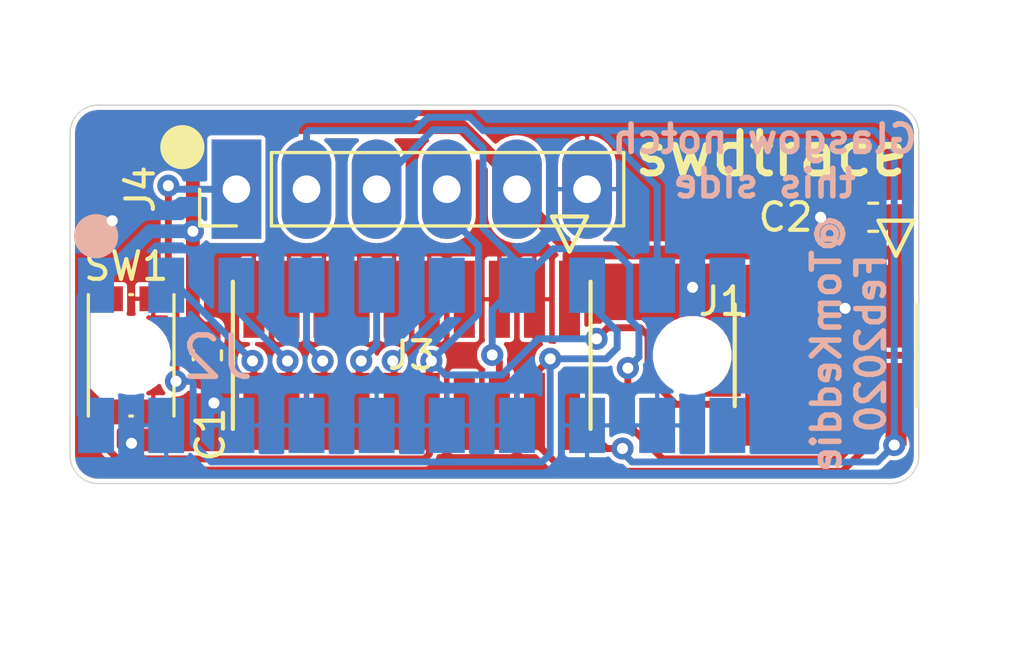
<source format=kicad_pcb>
(kicad_pcb (version 20171130) (host pcbnew 5.1.7-a382d34a8~88~ubuntu20.04.1)

  (general
    (thickness 1.6)
    (drawings 12)
    (tracks 172)
    (zones 0)
    (modules 7)
    (nets 18)
  )

  (page A4)
  (layers
    (0 F.Cu signal)
    (31 B.Cu signal)
    (32 B.Adhes user)
    (33 F.Adhes user)
    (34 B.Paste user)
    (35 F.Paste user)
    (36 B.SilkS user)
    (37 F.SilkS user)
    (38 B.Mask user)
    (39 F.Mask user)
    (40 Dwgs.User user)
    (41 Cmts.User user)
    (42 Eco1.User user)
    (43 Eco2.User user)
    (44 Edge.Cuts user)
    (45 Margin user)
    (46 B.CrtYd user)
    (47 F.CrtYd user)
    (48 B.Fab user)
    (49 F.Fab user)
  )

  (setup
    (last_trace_width 0.1524)
    (user_trace_width 0.5)
    (trace_clearance 0.1524)
    (zone_clearance 0.1524)
    (zone_45_only yes)
    (trace_min 0.1524)
    (via_size 0.8)
    (via_drill 0.4)
    (via_min_size 0.4)
    (via_min_drill 0.3)
    (uvia_size 0.3)
    (uvia_drill 0.1)
    (uvias_allowed no)
    (uvia_min_size 0.2)
    (uvia_min_drill 0.1)
    (edge_width 0.05)
    (segment_width 0.2)
    (pcb_text_width 0.3)
    (pcb_text_size 1.5 1.5)
    (mod_edge_width 0.12)
    (mod_text_size 1 1)
    (mod_text_width 0.15)
    (pad_size 1.524 1.524)
    (pad_drill 0.762)
    (pad_to_mask_clearance 0)
    (aux_axis_origin 0 0)
    (visible_elements FFFDFF7F)
    (pcbplotparams
      (layerselection 0x010fc_ffffffff)
      (usegerberextensions false)
      (usegerberattributes true)
      (usegerberadvancedattributes true)
      (creategerberjobfile true)
      (excludeedgelayer true)
      (linewidth 0.100000)
      (plotframeref false)
      (viasonmask false)
      (mode 1)
      (useauxorigin false)
      (hpglpennumber 1)
      (hpglpenspeed 20)
      (hpglpendiameter 15.000000)
      (psnegative false)
      (psa4output false)
      (plotreference true)
      (plotvalue true)
      (plotinvisibletext false)
      (padsonsilk false)
      (subtractmaskfromsilk false)
      (outputformat 1)
      (mirror false)
      (drillshape 1)
      (scaleselection 1)
      (outputdirectory ""))
  )

  (net 0 "")
  (net 1 VCC)
  (net 2 GND)
  (net 3 /SWDIO)
  (net 4 /SWDCLK)
  (net 5 /SWO)
  (net 6 "Net-(J1-Pad8)")
  (net 7 "Net-(J1-Pad7)")
  (net 8 /~RESET)
  (net 9 /TRACEDATA[3])
  (net 10 /TRACEDATA[2])
  (net 11 /TRACEDATA[1])
  (net 12 /TRACEDATA[0])
  (net 13 /TRACECLK)
  (net 14 "Net-(J3-Pad8)")
  (net 15 "Net-(J3-Pad7)")
  (net 16 "Net-(J2-Pad20)")
  (net 17 "Net-(J2-Pad19)")

  (net_class Default "This is the default net class."
    (clearance 0.1524)
    (trace_width 0.1524)
    (via_dia 0.8)
    (via_drill 0.4)
    (uvia_dia 0.3)
    (uvia_drill 0.1)
    (add_net /SWDCLK)
    (add_net /SWDIO)
    (add_net /SWO)
    (add_net /TRACECLK)
    (add_net /TRACEDATA[0])
    (add_net /TRACEDATA[1])
    (add_net /TRACEDATA[2])
    (add_net /TRACEDATA[3])
    (add_net /~RESET)
    (add_net GND)
    (add_net "Net-(J1-Pad7)")
    (add_net "Net-(J1-Pad8)")
    (add_net "Net-(J2-Pad19)")
    (add_net "Net-(J2-Pad20)")
    (add_net "Net-(J3-Pad7)")
    (add_net "Net-(J3-Pad8)")
    (add_net VCC)
  )

  (module tom-connectors:PinHeader_1x06_P2.54mm_Vertical (layer F.Cu) (tedit 5FD98A7A) (tstamp 6039B632)
    (at 93.65 93.98 90)
    (descr "Through hole straight pin header, 1x06, 2.54mm pitch, single row")
    (tags "Through hole pin header THT 1x06 2.54mm single row")
    (path /6043C176)
    (fp_text reference J4 (at 0 -3.48 90) (layer F.SilkS)
      (effects (font (size 1 1) (thickness 0.15)))
    )
    (fp_text value Conn_01x06 (at 0 15.03 90) (layer F.Fab) hide
      (effects (font (size 1 1) (thickness 0.15)))
    )
    (fp_text user %R (at 0 6.35) (layer F.Fab) hide
      (effects (font (size 1 1) (thickness 0.15)))
    )
    (fp_line (start 1.8 -1.8) (end -1.8 -1.8) (layer F.CrtYd) (width 0.05))
    (fp_line (start 1.8 14.5) (end 1.8 -1.8) (layer F.CrtYd) (width 0.05))
    (fp_line (start -1.8 14.5) (end 1.8 14.5) (layer F.CrtYd) (width 0.05))
    (fp_line (start -1.8 -1.8) (end -1.8 14.5) (layer F.CrtYd) (width 0.05))
    (fp_line (start -1.33 -1.33) (end 0 -1.33) (layer F.SilkS) (width 0.12))
    (fp_line (start -1.33 0) (end -1.33 -1.33) (layer F.SilkS) (width 0.12))
    (fp_line (start -1.33 1.27) (end 1.33 1.27) (layer F.SilkS) (width 0.12))
    (fp_line (start 1.33 1.27) (end 1.33 14.03) (layer F.SilkS) (width 0.12))
    (fp_line (start -1.33 1.27) (end -1.33 14.03) (layer F.SilkS) (width 0.12))
    (fp_line (start -1.33 14.03) (end 1.33 14.03) (layer F.SilkS) (width 0.12))
    (fp_line (start -1.27 -0.635) (end -0.635 -1.27) (layer F.Fab) (width 0.1))
    (fp_line (start -1.27 13.97) (end -1.27 -0.635) (layer F.Fab) (width 0.1))
    (fp_line (start 1.27 13.97) (end -1.27 13.97) (layer F.Fab) (width 0.1))
    (fp_line (start 1.27 -1.27) (end 1.27 13.97) (layer F.Fab) (width 0.1))
    (fp_line (start -0.635 -1.27) (end 1.27 -1.27) (layer F.Fab) (width 0.1))
    (pad 6 thru_hole oval (at 0 12.7 90) (size 3.6 1.8) (drill 1) (layers *.Cu *.Mask)
      (net 2 GND))
    (pad 5 thru_hole oval (at 0 10.16 90) (size 3.6 1.8) (drill 1) (layers *.Cu *.Mask)
      (net 1 VCC))
    (pad 4 thru_hole oval (at 0 7.62 90) (size 3.6 1.8) (drill 1) (layers *.Cu *.Mask)
      (net 8 /~RESET))
    (pad 3 thru_hole oval (at 0 5.08 90) (size 3.6 1.8) (drill 1) (layers *.Cu *.Mask)
      (net 5 /SWO))
    (pad 2 thru_hole oval (at 0 2.54 90) (size 3.6 1.8) (drill 1) (layers *.Cu *.Mask)
      (net 3 /SWDIO))
    (pad 1 thru_hole rect (at 0 0 90) (size 3.6 1.8) (drill 1) (layers *.Cu *.Mask)
      (net 4 /SWDCLK))
    (model ${KISYS3DMOD}/Connector_PinHeader_2.54mm.3dshapes/PinHeader_1x06_P2.54mm_Vertical.wrl
      (at (xyz 0 0 0))
      (scale (xyz 1 1 1))
      (rotate (xyz 0 0 0))
    )
  )

  (module tom-mechanical:SW_Push_1P1T_NO_CK_KMR2 (layer F.Cu) (tedit 5A02FC95) (tstamp 60396987)
    (at 89.84 100 90)
    (descr "CK components KMR2 tactile switch http://www.ckswitches.com/media/1479/kmr2.pdf")
    (tags "tactile switch kmr2")
    (path /603DCCA4)
    (attr smd)
    (fp_text reference SW1 (at 3.226 -0.178 180) (layer F.SilkS)
      (effects (font (size 1 1) (thickness 0.15)))
    )
    (fp_text value SW_SPST (at 0 2.55 90) (layer F.Fab)
      (effects (font (size 1 1) (thickness 0.15)))
    )
    (fp_text user %R (at 4.242 0.33 90) (layer F.Fab)
      (effects (font (size 1 1) (thickness 0.15)))
    )
    (fp_line (start -2.1 -1.4) (end 2.1 -1.4) (layer F.Fab) (width 0.1))
    (fp_line (start 2.1 -1.4) (end 2.1 1.4) (layer F.Fab) (width 0.1))
    (fp_line (start 2.1 1.4) (end -2.1 1.4) (layer F.Fab) (width 0.1))
    (fp_line (start -2.1 1.4) (end -2.1 -1.4) (layer F.Fab) (width 0.1))
    (fp_line (start 2.2 0.05) (end 2.2 -0.05) (layer F.SilkS) (width 0.12))
    (fp_line (start -2.8 -1.8) (end 2.8 -1.8) (layer F.CrtYd) (width 0.05))
    (fp_line (start 2.8 -1.8) (end 2.8 1.8) (layer F.CrtYd) (width 0.05))
    (fp_line (start 2.8 1.8) (end -2.8 1.8) (layer F.CrtYd) (width 0.05))
    (fp_line (start -2.8 1.8) (end -2.8 -1.8) (layer F.CrtYd) (width 0.05))
    (fp_circle (center 0 0) (end 0 0.8) (layer F.Fab) (width 0.1))
    (fp_line (start -2.2 1.55) (end 2.2 1.55) (layer F.SilkS) (width 0.12))
    (fp_line (start 2.2 -1.55) (end -2.2 -1.55) (layer F.SilkS) (width 0.12))
    (fp_line (start -2.2 0.05) (end -2.2 -0.05) (layer F.SilkS) (width 0.12))
    (pad 2 smd rect (at 2.05 0.8 90) (size 0.9 1) (layers F.Cu F.Paste F.Mask)
      (net 2 GND))
    (pad 1 smd rect (at 2.05 -0.8 90) (size 0.9 1) (layers F.Cu F.Paste F.Mask)
      (net 8 /~RESET))
    (pad 2 smd rect (at -2.05 0.8 90) (size 0.9 1) (layers F.Cu F.Paste F.Mask)
      (net 2 GND))
    (pad 1 smd rect (at -2.05 -0.8 90) (size 0.9 1) (layers F.Cu F.Paste F.Mask)
      (net 8 /~RESET))
    (model ${KISYS3DMOD}/Button_Switch_SMD.3dshapes/SW_Push_1P1T_NO_CK_KMR2.wrl
      (at (xyz 0 0 0))
      (scale (xyz 1 1 1))
      (rotate (xyz 0 0 0))
    )
  )

  (module tom-connectors:FTSH-110-01-F-DV-K (layer F.Cu) (tedit 60398103) (tstamp 6039694B)
    (at 100 100 180)
    (path /603B0D69)
    (attr smd)
    (fp_text reference J3 (at 0 0) (layer F.SilkS)
      (effects (font (size 1 1) (thickness 0.15)))
    )
    (fp_text value 20pin (at 0 0) (layer F.Fab)
      (effects (font (size 1 1) (thickness 0.15)))
    )
    (fp_text user "Copyright 2016 Accelerated Designs. All rights reserved." (at 0 0) (layer Cmts.User) hide
      (effects (font (size 0.127 0.127) (thickness 0.002)))
    )
    (fp_line (start -5.715 3.76174) (end -6.35 5.03174) (layer F.SilkS) (width 0.1524))
    (fp_line (start -6.35 5.03174) (end -5.08 5.03174) (layer F.SilkS) (width 0.1524))
    (fp_line (start -5.08 5.03174) (end -5.715 3.76174) (layer F.SilkS) (width 0.1524))
    (fp_line (start -5.715 3.76174) (end -6.35 5.03174) (layer F.Fab) (width 0.1524))
    (fp_line (start -6.35 5.03174) (end -5.08 5.03174) (layer F.Fab) (width 0.1524))
    (fp_line (start -5.08 5.03174) (end -5.715 3.76174) (layer F.Fab) (width 0.1524))
    (fp_line (start 6.477 2.667) (end 6.477 -2.667) (layer F.SilkS) (width 0.1524))
    (fp_line (start -6.477 -2.667) (end -6.477 2.667) (layer F.SilkS) (width 0.1524))
    (fp_line (start -6.35 2.54) (end 6.35 2.54) (layer F.Fab) (width 0.1524))
    (fp_line (start 6.35 2.54) (end 6.35 -2.54) (layer F.Fab) (width 0.1524))
    (fp_line (start 6.35 -2.54) (end -6.35 -2.54) (layer F.Fab) (width 0.1524))
    (fp_line (start -6.35 -2.54) (end -6.35 2.54) (layer F.Fab) (width 0.1524))
    (fp_line (start -6.35 2.54) (end -6.35 -2.54) (layer F.CrtYd) (width 0.1524))
    (fp_line (start -6.35 -2.54) (end -5.9182 -2.54) (layer F.CrtYd) (width 0.1524))
    (fp_line (start -5.9182 -2.54) (end -5.9182 -3.429) (layer F.CrtYd) (width 0.1524))
    (fp_line (start -5.9182 -3.429) (end 5.9182 -3.429) (layer F.CrtYd) (width 0.1524))
    (fp_line (start 5.9182 -3.429) (end 5.9182 -2.54) (layer F.CrtYd) (width 0.1524))
    (fp_line (start 5.9182 -2.54) (end 6.35 -2.54) (layer F.CrtYd) (width 0.1524))
    (fp_line (start 6.35 -2.54) (end 6.35 2.54) (layer F.CrtYd) (width 0.1524))
    (fp_line (start 6.35 2.54) (end 5.9182 2.54) (layer F.CrtYd) (width 0.1524))
    (fp_line (start 5.9182 2.54) (end 5.9182 3.429) (layer F.CrtYd) (width 0.1524))
    (fp_line (start 5.9182 3.429) (end -5.9182 3.429) (layer F.CrtYd) (width 0.1524))
    (fp_line (start -5.9182 3.429) (end -5.9182 2.54) (layer F.CrtYd) (width 0.1524))
    (fp_line (start -5.9182 2.54) (end -6.35 2.54) (layer F.CrtYd) (width 0.1524))
    (pad 20 smd rect (at 5.715 -2.032) (size 0.762 2.794) (layers F.Cu F.Paste F.Mask)
      (net 9 /TRACEDATA[3]))
    (pad 19 smd rect (at 5.715 2.032) (size 0.762 2.794) (layers F.Cu F.Paste F.Mask)
      (net 2 GND))
    (pad 18 smd rect (at 4.445 -2.032) (size 0.762 2.794) (layers F.Cu F.Paste F.Mask)
      (net 10 /TRACEDATA[2]))
    (pad 17 smd rect (at 4.445 2.032) (size 0.762 2.794) (layers F.Cu F.Paste F.Mask)
      (net 2 GND))
    (pad 16 smd rect (at 3.175 -2.032) (size 0.762 2.794) (layers F.Cu F.Paste F.Mask)
      (net 11 /TRACEDATA[1]))
    (pad 15 smd rect (at 3.175 2.032) (size 0.762 2.794) (layers F.Cu F.Paste F.Mask)
      (net 2 GND))
    (pad 14 smd rect (at 1.905 -2.032) (size 0.762 2.794) (layers F.Cu F.Paste F.Mask)
      (net 12 /TRACEDATA[0]))
    (pad 13 smd rect (at 1.905 2.032) (size 0.762 2.794) (layers F.Cu F.Paste F.Mask)
      (net 2 GND))
    (pad 12 smd rect (at 0.635 -2.032) (size 0.762 2.794) (layers F.Cu F.Paste F.Mask)
      (net 13 /TRACECLK))
    (pad 11 smd rect (at 0.635 2.032) (size 0.762 2.794) (layers F.Cu F.Paste F.Mask)
      (net 2 GND))
    (pad 10 smd rect (at -0.635 -2.032) (size 0.762 2.794) (layers F.Cu F.Paste F.Mask)
      (net 8 /~RESET))
    (pad 9 smd rect (at -0.635 2.032) (size 0.762 2.794) (layers F.Cu F.Paste F.Mask)
      (net 2 GND))
    (pad 8 smd rect (at -1.905 -2.032) (size 0.762 2.794) (layers F.Cu F.Paste F.Mask)
      (net 14 "Net-(J3-Pad8)"))
    (pad 7 smd rect (at -1.905 2.032) (size 0.762 2.794) (layers F.Cu F.Paste F.Mask)
      (net 15 "Net-(J3-Pad7)"))
    (pad 6 smd rect (at -3.175 -2.032) (size 0.762 2.794) (layers F.Cu F.Paste F.Mask)
      (net 5 /SWO))
    (pad 5 smd rect (at -3.175 2.032) (size 0.762 2.794) (layers F.Cu F.Paste F.Mask)
      (net 2 GND))
    (pad 4 smd rect (at -4.445 -2.032) (size 0.762 2.794) (layers F.Cu F.Paste F.Mask)
      (net 4 /SWDCLK))
    (pad 3 smd rect (at -4.445 2.032) (size 0.762 2.794) (layers F.Cu F.Paste F.Mask)
      (net 2 GND))
    (pad 2 smd rect (at -5.715 -2.032) (size 0.762 2.794) (layers F.Cu F.Paste F.Mask)
      (net 3 /SWDIO))
    (pad 1 smd rect (at -5.715 2.032) (size 0.762 2.794) (layers F.Cu F.Paste F.Mask)
      (net 1 VCC))
    (model /home/tom/git/TomKeddie/prj-pcb-experiments/tom-kicad/footprints/3dmodels/FTSH-110-01-F-DV-K.stp
      (offset (xyz 0 0 0.3))
      (scale (xyz 1 1 1))
      (rotate (xyz -90 0 0))
    )
  )

  (module tom-connectors:91618-310ALF (layer B.Cu) (tedit 60398312) (tstamp 60396904)
    (at 100 100)
    (descr "2x10 2.54mm Glasgow addon socket keyed")
    (path /603A0E74)
    (fp_text reference J2 (at -7.036 0.076) (layer B.SilkS)
      (effects (font (size 1.5 1.5) (thickness 0.2)) (justify mirror))
    )
    (fp_text value Glasgow (at 0 0) (layer B.Fab)
      (effects (font (size 1 1) (thickness 0.15)) (justify mirror))
    )
    (fp_circle (center -11.43 -4.318) (end -11.03 -4.318) (layer B.SilkS) (width 0.8))
    (fp_line (start -12.192 3.556) (end -12.192 -3.556) (layer B.CrtYd) (width 0.12))
    (fp_line (start -12.192 -3.556) (end 12.192 -3.556) (layer B.CrtYd) (width 0.12))
    (fp_line (start 12.192 -3.556) (end 12.192 3.556) (layer B.CrtYd) (width 0.12))
    (fp_line (start 12.192 3.556) (end -12.192 3.556) (layer B.CrtYd) (width 0.12))
    (pad 20 smd rect (at 11.43 2.54) (size 1.3 2) (layers B.Cu B.Paste B.Mask)
      (net 16 "Net-(J2-Pad20)"))
    (pad 18 smd rect (at 8.89 2.54) (size 1.3 2) (layers B.Cu B.Paste B.Mask)
      (net 2 GND))
    (pad 16 smd rect (at 6.35 2.54) (size 1.3 2) (layers B.Cu B.Paste B.Mask)
      (net 2 GND))
    (pad 14 smd rect (at 3.81 2.54) (size 1.3 2) (layers B.Cu B.Paste B.Mask)
      (net 2 GND))
    (pad 12 smd rect (at 1.27 2.54) (size 1.3 2) (layers B.Cu B.Paste B.Mask)
      (net 2 GND))
    (pad 10 smd rect (at -1.27 2.54) (size 1.3 2) (layers B.Cu B.Paste B.Mask)
      (net 2 GND))
    (pad 8 smd rect (at -3.81 2.54) (size 1.3 2) (layers B.Cu B.Paste B.Mask)
      (net 2 GND))
    (pad 6 smd rect (at -6.35 2.54) (size 1.3 2) (layers B.Cu B.Paste B.Mask)
      (net 2 GND))
    (pad 4 smd rect (at -8.89 2.54) (size 1.3 2) (layers B.Cu B.Paste B.Mask)
      (net 2 GND))
    (pad 2 smd rect (at -11.43 2.54) (size 1.3 2) (layers B.Cu B.Paste B.Mask)
      (net 1 VCC))
    (pad 1 smd rect (at -11.43 -2.54) (size 1.3 2) (layers B.Cu B.Paste B.Mask)
      (net 1 VCC))
    (pad 3 smd rect (at -8.89 -2.54) (size 1.3 2) (layers B.Cu B.Paste B.Mask)
      (net 9 /TRACEDATA[3]))
    (pad 5 smd rect (at -6.35 -2.54) (size 1.3 2) (layers B.Cu B.Paste B.Mask)
      (net 10 /TRACEDATA[2]))
    (pad 7 smd rect (at -3.81 -2.54) (size 1.3 2) (layers B.Cu B.Paste B.Mask)
      (net 11 /TRACEDATA[1]))
    (pad 9 smd rect (at -1.27 -2.54) (size 1.3 2) (layers B.Cu B.Paste B.Mask)
      (net 12 /TRACEDATA[0]))
    (pad 19 smd rect (at 11.43 -2.54) (size 1.3 2) (layers B.Cu B.Paste B.Mask)
      (net 17 "Net-(J2-Pad19)"))
    (pad 17 smd rect (at 8.89 -2.54) (size 1.3 2) (layers B.Cu B.Paste B.Mask)
      (net 3 /SWDIO))
    (pad 15 smd rect (at 6.35 -2.54) (size 1.3 2) (layers B.Cu B.Paste B.Mask)
      (net 4 /SWDCLK))
    (pad 13 smd rect (at 3.81 -2.54) (size 1.3 2) (layers B.Cu B.Paste B.Mask)
      (net 5 /SWO))
    (pad 11 smd rect (at 1.27 -2.54) (size 1.3 2) (layers B.Cu B.Paste B.Mask)
      (net 13 /TRACECLK))
    (pad "" np_thru_hole circle (at 10.16 0) (size 2.55 2.55) (drill 2.55) (layers *.Cu *.Mask))
    (pad "" np_thru_hole circle (at -10.16 0) (size 2.55 2.55) (drill 2.55) (layers *.Cu *.Mask))
    (model /home/tom/git/TomKeddie/prj-pcb-experiments/tom-kicad/footprints/3dmodels/91618-310ALFc.stp
      (offset (xyz -12.7 -2.54 7.3))
      (scale (xyz 1 1 1))
      (rotate (xyz 90 0 0))
    )
  )

  (module tom-connectors:FTSH-105-01-F-DV-K (layer F.Cu) (tedit 60398141) (tstamp 6039EB97)
    (at 115 100 180)
    (path /603A640D)
    (attr smd)
    (fp_text reference J1 (at 3.748 1.956) (layer F.SilkS)
      (effects (font (size 1 1) (thickness 0.15)))
    )
    (fp_text value 10pin (at 0 0) (layer F.Fab) hide
      (effects (font (size 1 1) (thickness 0.15)))
    )
    (fp_text user "Copyright 2016 Accelerated Designs. All rights reserved." (at 0 0) (layer Cmts.User) hide
      (effects (font (size 0.127 0.127) (thickness 0.002)))
    )
    (fp_line (start -2.54 3.60934) (end -3.175 4.87934) (layer F.SilkS) (width 0.1524))
    (fp_line (start -3.175 4.87934) (end -1.905 4.87934) (layer F.SilkS) (width 0.1524))
    (fp_line (start -1.905 4.87934) (end -2.54 3.60934) (layer F.SilkS) (width 0.1524))
    (fp_line (start -2.54 3.60934) (end -3.175 4.87934) (layer F.Fab) (width 0.1524))
    (fp_line (start -3.175 4.87934) (end -1.905 4.87934) (layer F.Fab) (width 0.1524))
    (fp_line (start -1.905 4.87934) (end -2.54 3.60934) (layer F.Fab) (width 0.1524))
    (fp_line (start 3.302 1.8415) (end 3.302 -1.8415) (layer F.SilkS) (width 0.1524))
    (fp_line (start -3.302 -1.8415) (end -3.302 1.8415) (layer F.SilkS) (width 0.1524))
    (fp_line (start -3.175 1.7145) (end 3.175 1.7145) (layer F.Fab) (width 0.1524))
    (fp_line (start 3.175 1.7145) (end 3.175 -1.7145) (layer F.Fab) (width 0.1524))
    (fp_line (start 3.175 -1.7145) (end -3.175 -1.7145) (layer F.Fab) (width 0.1524))
    (fp_line (start -3.175 -1.7145) (end -3.175 1.7145) (layer F.Fab) (width 0.1524))
    (fp_line (start -3.429 1.9685) (end -3.429 -1.9685) (layer F.CrtYd) (width 0.1524))
    (fp_line (start -3.429 -1.9685) (end -2.9972 -1.9685) (layer F.CrtYd) (width 0.1524))
    (fp_line (start -2.9972 -1.9685) (end -2.9972 -3.5306) (layer F.CrtYd) (width 0.1524))
    (fp_line (start -2.9972 -3.5306) (end 2.9972 -3.5306) (layer F.CrtYd) (width 0.1524))
    (fp_line (start 2.9972 -3.5306) (end 2.9972 -1.9685) (layer F.CrtYd) (width 0.1524))
    (fp_line (start 2.9972 -1.9685) (end 3.429 -1.9685) (layer F.CrtYd) (width 0.1524))
    (fp_line (start 3.429 -1.9685) (end 3.429 1.9685) (layer F.CrtYd) (width 0.1524))
    (fp_line (start 3.429 1.9685) (end 2.9972 1.9685) (layer F.CrtYd) (width 0.1524))
    (fp_line (start 2.9972 1.9685) (end 2.9972 3.5306) (layer F.CrtYd) (width 0.1524))
    (fp_line (start 2.9972 3.5306) (end -2.9972 3.5306) (layer F.CrtYd) (width 0.1524))
    (fp_line (start -2.9972 3.5306) (end -2.9972 1.9685) (layer F.CrtYd) (width 0.1524))
    (fp_line (start -2.9972 1.9685) (end -3.429 1.9685) (layer F.CrtYd) (width 0.1524))
    (pad 2 smd rect (at -2.54 -1.778 180) (size 0.762 2.9972) (layers F.Cu F.Paste F.Mask)
      (net 3 /SWDIO))
    (pad 1 smd rect (at -2.54 1.778 180) (size 0.762 2.9972) (layers F.Cu F.Paste F.Mask)
      (net 1 VCC))
    (pad 4 smd rect (at -1.27 -1.778 180) (size 0.762 2.9972) (layers F.Cu F.Paste F.Mask)
      (net 4 /SWDCLK))
    (pad 3 smd rect (at -1.27 1.778 180) (size 0.762 2.9972) (layers F.Cu F.Paste F.Mask)
      (net 2 GND))
    (pad 6 smd rect (at 0 -1.778 180) (size 0.762 2.9972) (layers F.Cu F.Paste F.Mask)
      (net 5 /SWO))
    (pad 5 smd rect (at 0 1.778 180) (size 0.762 2.9972) (layers F.Cu F.Paste F.Mask)
      (net 2 GND))
    (pad 8 smd rect (at 1.27 -1.778 180) (size 0.762 2.9972) (layers F.Cu F.Paste F.Mask)
      (net 6 "Net-(J1-Pad8)"))
    (pad 7 smd rect (at 1.27 1.778 180) (size 0.762 2.9972) (layers F.Cu F.Paste F.Mask)
      (net 7 "Net-(J1-Pad7)"))
    (pad 10 smd rect (at 2.54 -1.778 180) (size 0.762 2.9972) (layers F.Cu F.Paste F.Mask)
      (net 8 /~RESET))
    (pad 9 smd rect (at 2.54 1.778 180) (size 0.762 2.9972) (layers F.Cu F.Paste F.Mask)
      (net 2 GND))
    (model /home/tom/git/TomKeddie/prj-pcb-experiments/tom-kicad/footprints/3dmodels/FTSH-105-01-F-DV-K.stp
      (offset (xyz 0 0 0.3))
      (scale (xyz 1 1 1))
      (rotate (xyz -90 0 0))
    )
  )

  (module tom-passives:R_0603_1608Metric (layer F.Cu) (tedit 5B301BBD) (tstamp 603968BF)
    (at 116.713 94.996)
    (descr "Resistor SMD 0603 (1608 Metric), square (rectangular) end terminal, IPC_7351 nominal, (Body size source: http://www.tortai-tech.com/upload/download/2011102023233369053.pdf), generated with kicad-footprint-generator")
    (tags resistor)
    (path /603EBAE1)
    (attr smd)
    (fp_text reference C2 (at -3.175 0) (layer F.SilkS)
      (effects (font (size 1 1) (thickness 0.15)))
    )
    (fp_text value 10uF/16V (at 0 1.43) (layer F.Fab)
      (effects (font (size 1 1) (thickness 0.15)))
    )
    (fp_text user %R (at 0 0) (layer F.Fab)
      (effects (font (size 0.4 0.4) (thickness 0.06)))
    )
    (fp_line (start -0.8 0.4) (end -0.8 -0.4) (layer F.Fab) (width 0.1))
    (fp_line (start -0.8 -0.4) (end 0.8 -0.4) (layer F.Fab) (width 0.1))
    (fp_line (start 0.8 -0.4) (end 0.8 0.4) (layer F.Fab) (width 0.1))
    (fp_line (start 0.8 0.4) (end -0.8 0.4) (layer F.Fab) (width 0.1))
    (fp_line (start -0.162779 -0.51) (end 0.162779 -0.51) (layer F.SilkS) (width 0.12))
    (fp_line (start -0.162779 0.51) (end 0.162779 0.51) (layer F.SilkS) (width 0.12))
    (fp_line (start -1.48 0.73) (end -1.48 -0.73) (layer F.CrtYd) (width 0.05))
    (fp_line (start -1.48 -0.73) (end 1.48 -0.73) (layer F.CrtYd) (width 0.05))
    (fp_line (start 1.48 -0.73) (end 1.48 0.73) (layer F.CrtYd) (width 0.05))
    (fp_line (start 1.48 0.73) (end -1.48 0.73) (layer F.CrtYd) (width 0.05))
    (pad 2 smd roundrect (at 0.7875 0) (size 0.875 0.95) (layers F.Cu F.Paste F.Mask) (roundrect_rratio 0.25)
      (net 1 VCC))
    (pad 1 smd roundrect (at -0.7875 0) (size 0.875 0.95) (layers F.Cu F.Paste F.Mask) (roundrect_rratio 0.25)
      (net 2 GND))
    (model ${KISYS3DMOD}/Resistor_SMD.3dshapes/R_0603_1608Metric.wrl
      (at (xyz 0 0 0))
      (scale (xyz 1 1 1))
      (rotate (xyz 0 0 0))
    )
  )

  (module tom-passives:R_0603_1608Metric (layer F.Cu) (tedit 5B301BBD) (tstamp 6039E1B0)
    (at 92.6 100 90)
    (descr "Resistor SMD 0603 (1608 Metric), square (rectangular) end terminal, IPC_7351 nominal, (Body size source: http://www.tortai-tech.com/upload/download/2011102023233369053.pdf), generated with kicad-footprint-generator")
    (tags resistor)
    (path /603FA303)
    (attr smd)
    (fp_text reference C1 (at -2.87 0.11 90) (layer F.SilkS)
      (effects (font (size 1 1) (thickness 0.15)))
    )
    (fp_text value 10uF/16V (at 0 1.43 90) (layer F.Fab)
      (effects (font (size 1 1) (thickness 0.15)))
    )
    (fp_text user %R (at 0 0 90) (layer F.Fab)
      (effects (font (size 0.4 0.4) (thickness 0.06)))
    )
    (fp_line (start -0.8 0.4) (end -0.8 -0.4) (layer F.Fab) (width 0.1))
    (fp_line (start -0.8 -0.4) (end 0.8 -0.4) (layer F.Fab) (width 0.1))
    (fp_line (start 0.8 -0.4) (end 0.8 0.4) (layer F.Fab) (width 0.1))
    (fp_line (start 0.8 0.4) (end -0.8 0.4) (layer F.Fab) (width 0.1))
    (fp_line (start -0.162779 -0.51) (end 0.162779 -0.51) (layer F.SilkS) (width 0.12))
    (fp_line (start -0.162779 0.51) (end 0.162779 0.51) (layer F.SilkS) (width 0.12))
    (fp_line (start -1.48 0.73) (end -1.48 -0.73) (layer F.CrtYd) (width 0.05))
    (fp_line (start -1.48 -0.73) (end 1.48 -0.73) (layer F.CrtYd) (width 0.05))
    (fp_line (start 1.48 -0.73) (end 1.48 0.73) (layer F.CrtYd) (width 0.05))
    (fp_line (start 1.48 0.73) (end -1.48 0.73) (layer F.CrtYd) (width 0.05))
    (pad 2 smd roundrect (at 0.7875 0 90) (size 0.875 0.95) (layers F.Cu F.Paste F.Mask) (roundrect_rratio 0.25)
      (net 1 VCC))
    (pad 1 smd roundrect (at -0.7875 0 90) (size 0.875 0.95) (layers F.Cu F.Paste F.Mask) (roundrect_rratio 0.25)
      (net 2 GND))
    (model ${KISYS3DMOD}/Resistor_SMD.3dshapes/R_0603_1608Metric.wrl
      (at (xyz 0 0 0))
      (scale (xyz 1 1 1))
      (rotate (xyz 0 0 0))
    )
  )

  (gr_circle (center 91.694 92.456) (end 92.094 92.456) (layer F.SilkS) (width 0.8))
  (gr_text "Glasgow notch\nthis side" (at 112.776 92.964) (layer B.SilkS) (tstamp 6039EBF6)
    (effects (font (size 1 1) (thickness 0.2)) (justify mirror))
  )
  (gr_text "@TomKeddie\nFeb2020" (at 115.824 99.568 90) (layer B.SilkS)
    (effects (font (size 1 1) (thickness 0.2)) (justify mirror))
  )
  (gr_text swdtrace (at 113.03 92.71) (layer F.SilkS) (tstamp 6039E2F4)
    (effects (font (size 1.5 1.5) (thickness 0.25)))
  )
  (gr_line (start 117.348 104.648) (end 88.646 104.648) (layer Edge.Cuts) (width 0.05) (tstamp 6039C95B))
  (gr_line (start 118.364 91.948) (end 118.364 103.632) (layer Edge.Cuts) (width 0.05) (tstamp 6039C95A))
  (gr_line (start 88.646 90.932) (end 117.348 90.932) (layer Edge.Cuts) (width 0.05) (tstamp 6039C959))
  (gr_line (start 87.63 103.632) (end 87.63 91.948) (layer Edge.Cuts) (width 0.05) (tstamp 6039C958))
  (gr_arc (start 117.348 91.948) (end 118.364 91.948) (angle -90) (layer Edge.Cuts) (width 0.05) (tstamp 6039C92C))
  (gr_arc (start 88.646 91.948) (end 88.646 90.932) (angle -90) (layer Edge.Cuts) (width 0.05) (tstamp 6039C924))
  (gr_arc (start 88.646 103.632) (end 87.63 103.632) (angle -90) (layer Edge.Cuts) (width 0.05) (tstamp 6039C915))
  (gr_arc (start 117.348 103.632) (end 117.348 104.648) (angle -90) (layer Edge.Cuts) (width 0.05))

  (segment (start 88.114999 102.084999) (end 88.57 102.54) (width 0.5) (layer B.Cu) (net 1) (status 30))
  (segment (start 88.114999 97.915001) (end 88.114999 102.084999) (width 0.5) (layer B.Cu) (net 1) (status 30))
  (segment (start 88.57 97.46) (end 88.114999 97.915001) (width 0.5) (layer B.Cu) (net 1) (status 30))
  (segment (start 90.526 95.504) (end 92.075 95.504) (width 0.5) (layer B.Cu) (net 1))
  (via (at 92.075 95.504) (size 0.8) (drill 0.4) (layers F.Cu B.Cu) (net 1))
  (segment (start 88.57 97.46) (end 90.526 95.504) (width 0.5) (layer B.Cu) (net 1) (status 10))
  (segment (start 92.075 98.6875) (end 92.6 99.2125) (width 0.5) (layer F.Cu) (net 1) (status 20))
  (segment (start 92.075 95.504) (end 92.075 98.6875) (width 0.5) (layer F.Cu) (net 1))
  (segment (start 105.715 96.785) (end 105.715 97.968) (width 0.25) (layer F.Cu) (net 1) (status 30))
  (segment (start 103.81 93.98) (end 103.81 94.88) (width 0.25) (layer F.Cu) (net 1) (status 30))
  (segment (start 117.54 98.222) (end 117.54 96.802398) (width 0.5) (layer F.Cu) (net 1) (status 30))
  (segment (start 103.81 94.249202) (end 103.81 93.98) (width 0.5) (layer F.Cu) (net 1) (status 30))
  (segment (start 105.834197 96.273399) (end 103.81 94.249202) (width 0.5) (layer F.Cu) (net 1) (status 20))
  (segment (start 105.715 96.392596) (end 105.715 97.968) (width 0.5) (layer F.Cu) (net 1) (status 20))
  (segment (start 105.834197 96.273399) (end 105.715 96.392596) (width 0.5) (layer F.Cu) (net 1))
  (segment (start 117.355399 96.273399) (end 105.834197 96.273399) (width 0.5) (layer F.Cu) (net 1))
  (segment (start 117.5005 98.1825) (end 117.54 98.222) (width 0.5) (layer F.Cu) (net 1) (status 30))
  (segment (start 117.355399 96.273399) (end 117.5005 96.4185) (width 0.5) (layer F.Cu) (net 1))
  (segment (start 117.5005 96.4185) (end 117.5005 98.1825) (width 0.5) (layer F.Cu) (net 1) (status 20))
  (segment (start 117.5005 94.996) (end 117.5005 96.4185) (width 0.5) (layer F.Cu) (net 1) (status 10))
  (segment (start 103.81 93.710798) (end 103.81 93.98) (width 0.5) (layer F.Cu) (net 1) (status 30))
  (segment (start 101.829192 91.72999) (end 103.81 93.710798) (width 0.5) (layer F.Cu) (net 1) (status 20))
  (segment (start 92.390008 91.72999) (end 101.829192 91.72999) (width 0.5) (layer F.Cu) (net 1))
  (segment (start 92.075 92.044998) (end 92.390008 91.72999) (width 0.5) (layer F.Cu) (net 1))
  (segment (start 92.075 95.504) (end 92.075 92.044998) (width 0.5) (layer F.Cu) (net 1))
  (via (at 115.697 98.298) (size 0.8) (drill 0.4) (layers F.Cu B.Cu) (net 2))
  (segment (start 115.773 98.222) (end 115.697 98.298) (width 0.5) (layer F.Cu) (net 2))
  (segment (start 116.27 98.222) (end 115.773 98.222) (width 0.5) (layer F.Cu) (net 2) (status 10))
  (segment (start 115.621 98.222) (end 115.697 98.298) (width 0.5) (layer F.Cu) (net 2))
  (segment (start 115 98.222) (end 115.621 98.222) (width 0.5) (layer F.Cu) (net 2) (status 10))
  (via (at 114.808 94.996) (size 0.8) (drill 0.4) (layers F.Cu B.Cu) (net 2) (tstamp 6039C7A1))
  (via (at 89.8525 103.1875) (size 0.8) (drill 0.4) (layers F.Cu B.Cu) (net 2))
  (via (at 110.1725 97.536) (size 0.8) (drill 0.4) (layers F.Cu B.Cu) (net 2))
  (segment (start 93.345 102.235) (end 93.65 102.54) (width 0.25) (layer B.Cu) (net 2))
  (segment (start 92.837 101.727) (end 93.345 102.235) (width 0.25) (layer B.Cu) (net 2))
  (via (at 92.837 101.727) (size 0.8) (drill 0.4) (layers F.Cu B.Cu) (net 2))
  (via (at 89.154 95.123) (size 0.8) (drill 0.4) (layers F.Cu B.Cu) (net 2) (tstamp 6039C869))
  (via (at 117.475 103.251) (size 0.8) (drill 0.4) (layers F.Cu B.Cu) (net 3) (status 30))
  (segment (start 117.54 103.186) (end 117.475 103.251) (width 0.25) (layer F.Cu) (net 3) (status 30))
  (segment (start 117.54 101.778) (end 117.54 103.186) (width 0.25) (layer F.Cu) (net 3) (status 30))
  (segment (start 105.715 102.032) (end 105.715 101.819655) (width 0.25) (layer F.Cu) (net 3) (status 30))
  (via (at 107.6325 103.378) (size 0.8) (drill 0.4) (layers F.Cu B.Cu) (net 3))
  (segment (start 96.19 91.93) (end 96.19 93.98) (width 0.25) (layer B.Cu) (net 3) (status 20))
  (segment (start 100.10551 91.85499) (end 96.26501 91.85499) (width 0.25) (layer B.Cu) (net 3))
  (segment (start 100.584 91.3765) (end 100.10551 91.85499) (width 0.25) (layer B.Cu) (net 3))
  (segment (start 96.26501 91.85499) (end 96.19 91.93) (width 0.25) (layer B.Cu) (net 3))
  (segment (start 100.774501 91.376499) (end 100.584 91.3765) (width 0.25) (layer B.Cu) (net 3))
  (segment (start 100.780011 91.370989) (end 100.774501 91.376499) (width 0.25) (layer B.Cu) (net 3))
  (segment (start 102.1039 91.370989) (end 100.780011 91.370989) (width 0.25) (layer B.Cu) (net 3))
  (segment (start 102.5879 91.85499) (end 102.1039 91.370989) (width 0.25) (layer B.Cu) (net 3))
  (segment (start 106.857415 91.85499) (end 102.5879 91.85499) (width 0.25) (layer B.Cu) (net 3))
  (segment (start 108.89 93.887575) (end 106.857415 91.85499) (width 0.25) (layer B.Cu) (net 3))
  (segment (start 108.89 97.46) (end 108.89 93.887575) (width 0.25) (layer B.Cu) (net 3) (status 10))
  (segment (start 117.475 103.251) (end 116.860999 103.865001) (width 0.25) (layer B.Cu) (net 3))
  (segment (start 106.857415 91.85499) (end 116.74699 91.85499) (width 0.25) (layer B.Cu) (net 3))
  (segment (start 117.475 92.583) (end 117.475 103.251) (width 0.25) (layer B.Cu) (net 3))
  (segment (start 116.74699 91.85499) (end 117.475 92.583) (width 0.25) (layer B.Cu) (net 3))
  (segment (start 107.6325 103.517502) (end 107.6325 103.378) (width 0.25) (layer B.Cu) (net 3))
  (segment (start 107.979999 103.865001) (end 107.6325 103.517502) (width 0.25) (layer B.Cu) (net 3))
  (segment (start 116.860999 103.865001) (end 107.979999 103.865001) (width 0.25) (layer B.Cu) (net 3))
  (segment (start 107.061 103.378) (end 105.715 102.032) (width 0.25) (layer F.Cu) (net 3))
  (segment (start 107.6325 103.378) (end 107.061 103.378) (width 0.25) (layer F.Cu) (net 3))
  (segment (start 104.445 103.125002) (end 104.445 102.032) (width 0.25) (layer F.Cu) (net 4) (status 30))
  (segment (start 115.592589 104.204011) (end 105.524009 104.204011) (width 0.25) (layer F.Cu) (net 4))
  (segment (start 116.27 103.5266) (end 115.592589 104.204011) (width 0.25) (layer F.Cu) (net 4))
  (segment (start 105.524009 104.204011) (end 104.445 103.125002) (width 0.25) (layer F.Cu) (net 4) (status 20))
  (segment (start 116.27 101.778) (end 116.27 103.5266) (width 0.25) (layer F.Cu) (net 4) (status 10))
  (via (at 91.186 93.853) (size 0.8) (drill 0.4) (layers F.Cu B.Cu) (net 4))
  (segment (start 91.313 93.98) (end 91.186 93.853) (width 0.25) (layer B.Cu) (net 4))
  (segment (start 93.65 93.98) (end 91.313 93.98) (width 0.25) (layer B.Cu) (net 4) (status 10))
  (via (at 91.462354 100.939999) (size 0.8) (drill 0.4) (layers F.Cu B.Cu) (net 4))
  (segment (start 91.465001 100.937352) (end 91.462354 100.939999) (width 0.25) (layer F.Cu) (net 4))
  (segment (start 91.465001 97.239999) (end 91.465001 100.937352) (width 0.25) (layer F.Cu) (net 4))
  (segment (start 91.186 96.960998) (end 91.465001 97.239999) (width 0.25) (layer F.Cu) (net 4))
  (segment (start 91.186 93.853) (end 91.186 96.960998) (width 0.25) (layer F.Cu) (net 4))
  (segment (start 106.35 98.247) (end 106.35 97.46) (width 0.25) (layer B.Cu) (net 4) (status 30))
  (segment (start 106.35 97.46) (end 106.35 98.0315) (width 0.25) (layer B.Cu) (net 4))
  (via (at 105.015187 100.12671) (size 0.8) (drill 0.4) (layers F.Cu B.Cu) (net 4))
  (segment (start 107.042875 100.12671) (end 105.015187 100.12671) (width 0.25) (layer B.Cu) (net 4))
  (segment (start 104.445 100.696897) (end 105.015187 100.12671) (width 0.25) (layer F.Cu) (net 4))
  (segment (start 104.445 102.032) (end 104.445 100.696897) (width 0.25) (layer F.Cu) (net 4))
  (segment (start 106.35 98.0315) (end 107.442 99.1235) (width 0.25) (layer B.Cu) (net 4))
  (segment (start 107.442 99.727585) (end 107.042875 100.12671) (width 0.25) (layer B.Cu) (net 4))
  (segment (start 107.442 99.1235) (end 107.442 99.727585) (width 0.25) (layer B.Cu) (net 4))
  (segment (start 92.028039 100.939999) (end 91.462354 100.939999) (width 0.25) (layer B.Cu) (net 4))
  (segment (start 92.085001 100.996961) (end 92.028039 100.939999) (width 0.25) (layer B.Cu) (net 4))
  (segment (start 92.085001 103.210003) (end 92.085001 100.996961) (width 0.25) (layer B.Cu) (net 4))
  (segment (start 104.720001 103.865001) (end 92.739999 103.865001) (width 0.25) (layer B.Cu) (net 4))
  (segment (start 105.015187 103.569815) (end 104.720001 103.865001) (width 0.25) (layer B.Cu) (net 4))
  (segment (start 92.739999 103.865001) (end 92.085001 103.210003) (width 0.25) (layer B.Cu) (net 4))
  (segment (start 105.015187 100.12671) (end 105.015187 103.569815) (width 0.25) (layer B.Cu) (net 4))
  (segment (start 103.175 103.125002) (end 103.175 102.032) (width 0.25) (layer F.Cu) (net 5) (status 30))
  (segment (start 98.73 93.98) (end 98.73 93.86691) (width 0.25) (layer B.Cu) (net 5) (status 30))
  (segment (start 98.73 93.86691) (end 100.770401 91.826509) (width 0.25) (layer B.Cu) (net 5) (status 10))
  (segment (start 101.923008 91.826509) (end 102.58499 92.488491) (width 0.25) (layer B.Cu) (net 5))
  (segment (start 100.770401 91.826509) (end 101.923008 91.826509) (width 0.25) (layer B.Cu) (net 5))
  (segment (start 102.58499 92.488491) (end 102.58499 95.387415) (width 0.25) (layer B.Cu) (net 5))
  (segment (start 102.58499 95.387415) (end 103.81 96.612425) (width 0.25) (layer B.Cu) (net 5) (status 20))
  (segment (start 103.81 96.612425) (end 103.81 97.46) (width 0.25) (layer B.Cu) (net 5) (status 30))
  (via (at 102.915585 99.98599) (size 0.8) (drill 0.4) (layers F.Cu B.Cu) (net 5))
  (segment (start 103.175 102.032) (end 103.175 100.245405) (width 0.25) (layer F.Cu) (net 5) (status 10))
  (segment (start 103.175 100.245405) (end 102.915585 99.98599) (width 0.25) (layer F.Cu) (net 5))
  (segment (start 103.81 97.46) (end 102.915585 98.354415) (width 0.25) (layer B.Cu) (net 5) (status 10))
  (segment (start 102.915585 98.354415) (end 102.915585 99.98599) (width 0.25) (layer B.Cu) (net 5))
  (via (at 107.827748 100.461572) (size 0.8) (drill 0.4) (layers F.Cu B.Cu) (net 5))
  (segment (start 105.135001 96.134999) (end 107.260001 96.134999) (width 0.25) (layer B.Cu) (net 5))
  (segment (start 103.81 97.46) (end 105.135001 96.134999) (width 0.25) (layer B.Cu) (net 5))
  (segment (start 108.227747 100.061573) (end 107.827748 100.461572) (width 0.25) (layer B.Cu) (net 5))
  (segment (start 107.260001 96.134999) (end 107.892009 96.767007) (width 0.25) (layer B.Cu) (net 5))
  (segment (start 107.892009 98.683099) (end 108.227747 99.018837) (width 0.25) (layer B.Cu) (net 5))
  (segment (start 108.227747 99.018837) (end 108.227747 100.061573) (width 0.25) (layer B.Cu) (net 5))
  (segment (start 107.892009 96.767007) (end 107.892009 98.683099) (width 0.25) (layer B.Cu) (net 5))
  (segment (start 107.827748 101.027257) (end 107.827748 100.461572) (width 0.25) (layer F.Cu) (net 5))
  (segment (start 109.088001 103.754001) (end 107.827748 102.493748) (width 0.25) (layer F.Cu) (net 5))
  (segment (start 114.772599 103.754001) (end 109.088001 103.754001) (width 0.25) (layer F.Cu) (net 5))
  (segment (start 115 103.5266) (end 114.772599 103.754001) (width 0.25) (layer F.Cu) (net 5))
  (segment (start 107.827748 102.493748) (end 107.827748 101.027257) (width 0.25) (layer F.Cu) (net 5))
  (segment (start 115 101.778) (end 115 103.5266) (width 0.25) (layer F.Cu) (net 5))
  (via (at 100.711 100.203) (size 0.8) (drill 0.4) (layers F.Cu B.Cu) (net 8))
  (segment (start 100.635 100.279) (end 100.711 100.203) (width 0.25) (layer F.Cu) (net 8))
  (segment (start 100.635 102.032) (end 100.635 100.279) (width 0.25) (layer F.Cu) (net 8) (status 10))
  (segment (start 88.239999 98.000001) (end 88.239999 101.249999) (width 0.25) (layer F.Cu) (net 8))
  (segment (start 88.239999 101.249999) (end 89.04 102.05) (width 0.25) (layer F.Cu) (net 8) (status 20))
  (segment (start 88.29 97.95) (end 88.239999 98.000001) (width 0.25) (layer F.Cu) (net 8))
  (segment (start 89.04 97.95) (end 88.29 97.95) (width 0.25) (layer F.Cu) (net 8) (status 10))
  (segment (start 102.42 96.03) (end 101.27 94.88) (width 0.25) (layer B.Cu) (net 8) (status 20))
  (segment (start 100.711 100.203) (end 102.42 98.494) (width 0.25) (layer B.Cu) (net 8))
  (segment (start 102.42 98.494) (end 102.42 96.03) (width 0.25) (layer B.Cu) (net 8))
  (segment (start 101.27 94.88) (end 101.27 93.98) (width 0.25) (layer B.Cu) (net 8) (status 30))
  (via (at 106.694881 99.4017) (size 0.8) (drill 0.4) (layers F.Cu B.Cu) (net 8))
  (segment (start 112.46 101.778) (end 109.569998 101.778) (width 0.25) (layer F.Cu) (net 8))
  (segment (start 103.263586 100.710991) (end 104.572877 99.4017) (width 0.25) (layer B.Cu) (net 8))
  (segment (start 108.272701 99.001701) (end 107.09488 99.001701) (width 0.25) (layer F.Cu) (net 8))
  (segment (start 108.559999 99.288999) (end 108.272701 99.001701) (width 0.25) (layer F.Cu) (net 8))
  (segment (start 101.218991 100.710991) (end 103.263586 100.710991) (width 0.25) (layer B.Cu) (net 8))
  (segment (start 108.559999 100.768001) (end 108.559999 99.288999) (width 0.25) (layer F.Cu) (net 8))
  (segment (start 100.711 100.203) (end 101.218991 100.710991) (width 0.25) (layer B.Cu) (net 8))
  (segment (start 107.09488 99.001701) (end 106.694881 99.4017) (width 0.25) (layer F.Cu) (net 8))
  (segment (start 109.569998 101.778) (end 108.559999 100.768001) (width 0.25) (layer F.Cu) (net 8))
  (segment (start 104.572877 99.4017) (end 106.694881 99.4017) (width 0.25) (layer B.Cu) (net 8))
  (segment (start 89.04 103.448002) (end 89.04 102.05) (width 0.25) (layer F.Cu) (net 8))
  (segment (start 89.504499 103.912501) (end 89.04 103.448002) (width 0.25) (layer F.Cu) (net 8))
  (segment (start 90.200501 103.912501) (end 89.504499 103.912501) (width 0.25) (layer F.Cu) (net 8))
  (segment (start 100.461999 103.754001) (end 90.359001 103.754001) (width 0.25) (layer F.Cu) (net 8))
  (segment (start 100.635 103.581) (end 100.461999 103.754001) (width 0.25) (layer F.Cu) (net 8))
  (segment (start 90.359001 103.754001) (end 90.200501 103.912501) (width 0.25) (layer F.Cu) (net 8))
  (segment (start 100.635 102.032) (end 100.635 103.581) (width 0.25) (layer F.Cu) (net 8))
  (via (at 94.234 100.203) (size 0.8) (drill 0.4) (layers F.Cu B.Cu) (net 9))
  (segment (start 94.285 100.254) (end 94.234 100.203) (width 0.25) (layer F.Cu) (net 9))
  (segment (start 94.285 102.032) (end 94.285 100.254) (width 0.25) (layer F.Cu) (net 9) (status 10))
  (segment (start 91.491 97.46) (end 91.11 97.46) (width 0.25) (layer B.Cu) (net 9) (status 30))
  (segment (start 94.234 100.203) (end 91.491 97.46) (width 0.25) (layer B.Cu) (net 9) (status 20))
  (via (at 95.504 100.203) (size 0.8) (drill 0.4) (layers F.Cu B.Cu) (net 10))
  (segment (start 95.555 100.254) (end 95.504 100.203) (width 0.25) (layer F.Cu) (net 10))
  (segment (start 95.555 102.032) (end 95.555 100.254) (width 0.25) (layer F.Cu) (net 10) (status 10))
  (segment (start 93.65 98.349) (end 93.65 97.46) (width 0.25) (layer B.Cu) (net 10) (status 30))
  (segment (start 95.504 100.203) (end 93.65 98.349) (width 0.25) (layer B.Cu) (net 10) (status 20))
  (via (at 96.774 100.203) (size 0.8) (drill 0.4) (layers F.Cu B.Cu) (net 11))
  (segment (start 96.825 100.254) (end 96.774 100.203) (width 0.25) (layer F.Cu) (net 11))
  (segment (start 96.825 102.032) (end 96.825 100.254) (width 0.25) (layer F.Cu) (net 11) (status 10))
  (segment (start 96.19 99.619) (end 96.19 97.46) (width 0.25) (layer B.Cu) (net 11) (status 20))
  (segment (start 96.774 100.203) (end 96.19 99.619) (width 0.25) (layer B.Cu) (net 11))
  (via (at 98.171 100.203) (size 0.8) (drill 0.4) (layers F.Cu B.Cu) (net 12))
  (segment (start 98.095 100.279) (end 98.171 100.203) (width 0.25) (layer F.Cu) (net 12))
  (segment (start 98.095 102.032) (end 98.095 100.279) (width 0.25) (layer F.Cu) (net 12) (status 10))
  (segment (start 98.73 99.644) (end 98.73 97.46) (width 0.25) (layer B.Cu) (net 12) (status 20))
  (segment (start 98.171 100.203) (end 98.73 99.644) (width 0.25) (layer B.Cu) (net 12))
  (via (at 99.314 100.203) (size 0.8) (drill 0.4) (layers F.Cu B.Cu) (net 13))
  (segment (start 99.365 100.254) (end 99.314 100.203) (width 0.25) (layer F.Cu) (net 13))
  (segment (start 99.365 102.032) (end 99.365 100.254) (width 0.25) (layer F.Cu) (net 13) (status 10))
  (segment (start 101.27 98.247) (end 101.27 97.46) (width 0.25) (layer B.Cu) (net 13) (status 30))
  (segment (start 99.314 100.203) (end 101.27 98.247) (width 0.25) (layer B.Cu) (net 13) (status 20))

  (zone (net 2) (net_name GND) (layer F.Cu) (tstamp 0) (hatch edge 0.508)
    (connect_pads (clearance 0.1524))
    (min_thickness 0.1524)
    (fill yes (arc_segments 32) (thermal_gap 0.1524) (thermal_bridge_width 0.1525))
    (polygon
      (pts
        (xy 122.047 110.363) (xy 85.217 110.363) (xy 85.217 87.249) (xy 122.047 87.249)
      )
    )
    (filled_polygon
      (pts
        (xy 117.495849 91.201314) (xy 117.638069 91.244252) (xy 117.769231 91.313993) (xy 117.884357 91.407887) (xy 117.979049 91.52235)
        (xy 118.049707 91.653028) (xy 118.093636 91.794942) (xy 118.1104 91.954438) (xy 118.1104 94.524787) (xy 118.092128 94.490601)
        (xy 118.036356 94.422644) (xy 117.968399 94.366872) (xy 117.890867 94.325431) (xy 117.806739 94.299911) (xy 117.71925 94.291294)
        (xy 117.28175 94.291294) (xy 117.194261 94.299911) (xy 117.110133 94.325431) (xy 117.032601 94.366872) (xy 116.964644 94.422644)
        (xy 116.908872 94.490601) (xy 116.867431 94.568133) (xy 116.841911 94.652261) (xy 116.833294 94.73975) (xy 116.833294 95.25225)
        (xy 116.841911 95.339739) (xy 116.867431 95.423867) (xy 116.908872 95.501399) (xy 116.964644 95.569356) (xy 117.0219 95.616346)
        (xy 117.021901 95.794799) (xy 107.005765 95.794799) (xy 107.148005 95.678077) (xy 107.288369 95.507059) (xy 107.307645 95.471)
        (xy 115.258294 95.471) (xy 115.262708 95.515813) (xy 115.275779 95.558905) (xy 115.297006 95.598618) (xy 115.325573 95.633427)
        (xy 115.360382 95.661994) (xy 115.400095 95.683221) (xy 115.443187 95.696292) (xy 115.488 95.700706) (xy 115.8683 95.6996)
        (xy 115.92545 95.64245) (xy 115.92545 94.99605) (xy 115.92555 94.99605) (xy 115.92555 95.64245) (xy 115.9827 95.6996)
        (xy 116.363 95.700706) (xy 116.407813 95.696292) (xy 116.450905 95.683221) (xy 116.490618 95.661994) (xy 116.525427 95.633427)
        (xy 116.553994 95.598618) (xy 116.575221 95.558905) (xy 116.588292 95.515813) (xy 116.592706 95.471) (xy 116.5916 95.0532)
        (xy 116.53445 94.99605) (xy 115.92555 94.99605) (xy 115.92545 94.99605) (xy 115.31655 94.99605) (xy 115.2594 95.0532)
        (xy 115.258294 95.471) (xy 107.307645 95.471) (xy 107.392672 95.311943) (xy 107.456905 95.100228) (xy 107.4786 94.88005)
        (xy 107.4786 94.521) (xy 115.258294 94.521) (xy 115.2594 94.9388) (xy 115.31655 94.99595) (xy 115.92545 94.99595)
        (xy 115.92545 94.34955) (xy 115.92555 94.34955) (xy 115.92555 94.99595) (xy 116.53445 94.99595) (xy 116.5916 94.9388)
        (xy 116.592706 94.521) (xy 116.588292 94.476187) (xy 116.575221 94.433095) (xy 116.553994 94.393382) (xy 116.525427 94.358573)
        (xy 116.490618 94.330006) (xy 116.450905 94.308779) (xy 116.407813 94.295708) (xy 116.363 94.291294) (xy 115.9827 94.2924)
        (xy 115.92555 94.34955) (xy 115.92545 94.34955) (xy 115.8683 94.2924) (xy 115.488 94.291294) (xy 115.443187 94.295708)
        (xy 115.400095 94.308779) (xy 115.360382 94.330006) (xy 115.325573 94.358573) (xy 115.297006 94.393382) (xy 115.275779 94.433095)
        (xy 115.262708 94.476187) (xy 115.258294 94.521) (xy 107.4786 94.521) (xy 107.4786 93.98005) (xy 106.35005 93.98005)
        (xy 106.35005 94.00005) (xy 106.34995 94.00005) (xy 106.34995 93.98005) (xy 105.2214 93.98005) (xy 105.2214 94.88005)
        (xy 105.232736 94.995095) (xy 104.9386 94.70096) (xy 104.9386 93.07995) (xy 105.2214 93.07995) (xy 105.2214 93.97995)
        (xy 106.34995 93.97995) (xy 106.34995 92.00855) (xy 106.35005 92.00855) (xy 106.35005 93.97995) (xy 107.4786 93.97995)
        (xy 107.4786 93.07995) (xy 107.456905 92.859772) (xy 107.392672 92.648057) (xy 107.288369 92.452941) (xy 107.148005 92.281923)
        (xy 106.976974 92.141575) (xy 106.781849 92.03729) (xy 106.570129 91.973076) (xy 106.526601 91.965303) (xy 106.35005 92.00855)
        (xy 106.34995 92.00855) (xy 106.173399 91.965303) (xy 106.129871 91.973076) (xy 105.918151 92.03729) (xy 105.723026 92.141575)
        (xy 105.551995 92.281923) (xy 105.411631 92.452941) (xy 105.307328 92.648057) (xy 105.243095 92.859772) (xy 105.2214 93.07995)
        (xy 104.9386 93.07995) (xy 104.9386 93.024565) (xy 104.922269 92.858756) (xy 104.857735 92.646014) (xy 104.752936 92.44995)
        (xy 104.611902 92.278098) (xy 104.44005 92.137064) (xy 104.243985 92.032265) (xy 104.031243 91.967731) (xy 103.81 91.94594)
        (xy 103.588756 91.967731) (xy 103.376014 92.032265) (xy 103.17995 92.137064) (xy 103.033388 92.257343) (xy 102.184234 91.40819)
        (xy 102.16925 91.389932) (xy 102.096374 91.330124) (xy 102.01323 91.285682) (xy 101.923014 91.258316) (xy 101.852696 91.25139)
        (xy 101.852688 91.25139) (xy 101.829192 91.249076) (xy 101.805696 91.25139) (xy 92.413504 91.25139) (xy 92.390008 91.249076)
        (xy 92.366512 91.25139) (xy 92.366504 91.25139) (xy 92.296186 91.258316) (xy 92.205969 91.285682) (xy 92.155882 91.312455)
        (xy 92.122826 91.330124) (xy 92.04995 91.389932) (xy 92.034966 91.40819) (xy 91.753195 91.689961) (xy 91.734943 91.70494)
        (xy 91.719964 91.723192) (xy 91.719959 91.723197) (xy 91.675134 91.777817) (xy 91.630693 91.86096) (xy 91.603326 91.951177)
        (xy 91.594086 92.044998) (xy 91.596401 92.068504) (xy 91.596401 93.374426) (xy 91.586709 93.364734) (xy 91.483754 93.295941)
        (xy 91.369356 93.248556) (xy 91.247912 93.2244) (xy 91.124088 93.2244) (xy 91.002644 93.248556) (xy 90.888246 93.295941)
        (xy 90.785291 93.364734) (xy 90.697734 93.452291) (xy 90.628941 93.555246) (xy 90.581556 93.669644) (xy 90.5574 93.791088)
        (xy 90.5574 93.914912) (xy 90.581556 94.036356) (xy 90.628941 94.150754) (xy 90.697734 94.253709) (xy 90.785291 94.341266)
        (xy 90.8324 94.372744) (xy 90.832401 96.943636) (xy 90.830691 96.960998) (xy 90.832401 96.97836) (xy 90.837518 97.030316)
        (xy 90.857737 97.096969) (xy 90.890572 97.158398) (xy 90.934759 97.21224) (xy 90.948243 97.223306) (xy 90.995591 97.270655)
        (xy 90.6972 97.2714) (xy 90.64005 97.32855) (xy 90.64005 97.94995) (xy 90.66005 97.94995) (xy 90.66005 97.95005)
        (xy 90.64005 97.95005) (xy 90.64005 98.57145) (xy 90.6972 98.6286) (xy 91.111401 98.629635) (xy 91.111402 99.196378)
        (xy 91.007922 99.041511) (xy 90.798489 98.832078) (xy 90.552222 98.667527) (xy 90.45899 98.628909) (xy 90.5828 98.6286)
        (xy 90.63995 98.57145) (xy 90.63995 97.95005) (xy 89.96855 97.95005) (xy 89.9114 98.0072) (xy 89.910294 98.4)
        (xy 89.914708 98.444813) (xy 89.927779 98.487905) (xy 89.93232 98.4964) (xy 89.74768 98.4964) (xy 89.752221 98.487905)
        (xy 89.765292 98.444813) (xy 89.769706 98.4) (xy 89.769706 97.5) (xy 89.910294 97.5) (xy 89.9114 97.8928)
        (xy 89.96855 97.94995) (xy 90.63995 97.94995) (xy 90.63995 97.32855) (xy 90.5828 97.2714) (xy 90.14 97.270294)
        (xy 90.095187 97.274708) (xy 90.052095 97.287779) (xy 90.012382 97.309006) (xy 89.977573 97.337573) (xy 89.949006 97.372382)
        (xy 89.927779 97.412095) (xy 89.914708 97.455187) (xy 89.910294 97.5) (xy 89.769706 97.5) (xy 89.765292 97.455187)
        (xy 89.752221 97.412095) (xy 89.730994 97.372382) (xy 89.702427 97.337573) (xy 89.667618 97.309006) (xy 89.627905 97.287779)
        (xy 89.584813 97.274708) (xy 89.54 97.270294) (xy 88.54 97.270294) (xy 88.495187 97.274708) (xy 88.452095 97.287779)
        (xy 88.412382 97.309006) (xy 88.377573 97.337573) (xy 88.349006 97.372382) (xy 88.327779 97.412095) (xy 88.314708 97.455187)
        (xy 88.310294 97.5) (xy 88.310294 97.5964) (xy 88.307351 97.5964) (xy 88.289999 97.594691) (xy 88.272647 97.5964)
        (xy 88.272638 97.5964) (xy 88.220682 97.601517) (xy 88.154029 97.621736) (xy 88.0926 97.654571) (xy 88.038758 97.698758)
        (xy 88.027687 97.712248) (xy 88.002243 97.737692) (xy 87.988757 97.74876) (xy 87.94457 97.802602) (xy 87.911735 97.864031)
        (xy 87.891516 97.930684) (xy 87.886399 97.98264) (xy 87.886399 97.982649) (xy 87.88469 98.000001) (xy 87.886399 98.017353)
        (xy 87.8864 101.232637) (xy 87.88469 101.249999) (xy 87.8864 101.267361) (xy 87.891517 101.319317) (xy 87.906981 101.370294)
        (xy 87.911736 101.38597) (xy 87.94457 101.447398) (xy 87.950568 101.454706) (xy 87.988758 101.501241) (xy 88.002242 101.512307)
        (xy 88.310294 101.820359) (xy 88.310294 102.5) (xy 88.314708 102.544813) (xy 88.327779 102.587905) (xy 88.349006 102.627618)
        (xy 88.377573 102.662427) (xy 88.412382 102.690994) (xy 88.452095 102.712221) (xy 88.495187 102.725292) (xy 88.54 102.729706)
        (xy 88.686401 102.729706) (xy 88.6864 103.43065) (xy 88.684691 103.448002) (xy 88.6864 103.465354) (xy 88.6864 103.465363)
        (xy 88.691517 103.517319) (xy 88.711736 103.583972) (xy 88.735933 103.629241) (xy 88.744571 103.645401) (xy 88.776811 103.684685)
        (xy 88.788758 103.699243) (xy 88.802243 103.71031) (xy 89.242191 104.150259) (xy 89.253257 104.163743) (xy 89.266741 104.174809)
        (xy 89.266742 104.17481) (xy 89.307099 104.207931) (xy 89.340639 104.225858) (xy 89.368528 104.240765) (xy 89.435181 104.260984)
        (xy 89.487137 104.266101) (xy 89.487147 104.266101) (xy 89.504499 104.26781) (xy 89.521851 104.266101) (xy 90.183149 104.266101)
        (xy 90.200501 104.26781) (xy 90.217853 104.266101) (xy 90.217863 104.266101) (xy 90.269819 104.260984) (xy 90.336472 104.240765)
        (xy 90.397901 104.20793) (xy 90.451743 104.163743) (xy 90.462814 104.150253) (xy 90.505466 104.107601) (xy 100.444647 104.107601)
        (xy 100.461999 104.10931) (xy 100.479351 104.107601) (xy 100.479361 104.107601) (xy 100.531317 104.102484) (xy 100.59797 104.082265)
        (xy 100.659399 104.04943) (xy 100.713241 104.005243) (xy 100.724312 103.991753) (xy 100.872752 103.843313) (xy 100.886242 103.832242)
        (xy 100.930429 103.7784) (xy 100.963264 103.716971) (xy 100.980939 103.658706) (xy 101.016 103.658706) (xy 101.060813 103.654292)
        (xy 101.103905 103.641221) (xy 101.143618 103.619994) (xy 101.178427 103.591427) (xy 101.206994 103.556618) (xy 101.228221 103.516905)
        (xy 101.241292 103.473813) (xy 101.245706 103.429) (xy 101.245706 100.635) (xy 101.294294 100.635) (xy 101.294294 103.429)
        (xy 101.298708 103.473813) (xy 101.311779 103.516905) (xy 101.333006 103.556618) (xy 101.361573 103.591427) (xy 101.396382 103.619994)
        (xy 101.436095 103.641221) (xy 101.479187 103.654292) (xy 101.524 103.658706) (xy 102.286 103.658706) (xy 102.330813 103.654292)
        (xy 102.373905 103.641221) (xy 102.413618 103.619994) (xy 102.448427 103.591427) (xy 102.476994 103.556618) (xy 102.498221 103.516905)
        (xy 102.511292 103.473813) (xy 102.515706 103.429) (xy 102.515706 100.635) (xy 102.511292 100.590187) (xy 102.498221 100.547095)
        (xy 102.476994 100.507382) (xy 102.448427 100.472573) (xy 102.413618 100.444006) (xy 102.373905 100.422779) (xy 102.330813 100.409708)
        (xy 102.286 100.405294) (xy 101.524 100.405294) (xy 101.479187 100.409708) (xy 101.436095 100.422779) (xy 101.396382 100.444006)
        (xy 101.361573 100.472573) (xy 101.333006 100.507382) (xy 101.311779 100.547095) (xy 101.298708 100.590187) (xy 101.294294 100.635)
        (xy 101.245706 100.635) (xy 101.241292 100.590187) (xy 101.230992 100.556229) (xy 101.268059 100.500754) (xy 101.315444 100.386356)
        (xy 101.3396 100.264912) (xy 101.3396 100.141088) (xy 101.315444 100.019644) (xy 101.27586 99.924078) (xy 102.286985 99.924078)
        (xy 102.286985 100.047902) (xy 102.311141 100.169346) (xy 102.358526 100.283744) (xy 102.427319 100.386699) (xy 102.514876 100.474256)
        (xy 102.59286 100.526364) (xy 102.581779 100.547095) (xy 102.568708 100.590187) (xy 102.564294 100.635) (xy 102.564294 103.429)
        (xy 102.568708 103.473813) (xy 102.581779 103.516905) (xy 102.603006 103.556618) (xy 102.631573 103.591427) (xy 102.666382 103.619994)
        (xy 102.706095 103.641221) (xy 102.749187 103.654292) (xy 102.794 103.658706) (xy 103.556 103.658706) (xy 103.600813 103.654292)
        (xy 103.643905 103.641221) (xy 103.683618 103.619994) (xy 103.718427 103.591427) (xy 103.746994 103.556618) (xy 103.768221 103.516905)
        (xy 103.781292 103.473813) (xy 103.785706 103.429) (xy 103.785706 100.635) (xy 103.781292 100.590187) (xy 103.768221 100.547095)
        (xy 103.746994 100.507382) (xy 103.718427 100.472573) (xy 103.683618 100.444006) (xy 103.643905 100.422779) (xy 103.600813 100.409708)
        (xy 103.556 100.405294) (xy 103.5286 100.405294) (xy 103.5286 100.262756) (xy 103.530309 100.245404) (xy 103.5286 100.228052)
        (xy 103.5286 100.228043) (xy 103.523483 100.176087) (xy 103.520587 100.16654) (xy 103.544185 100.047902) (xy 103.544185 99.924078)
        (xy 103.520029 99.802634) (xy 103.472644 99.688236) (xy 103.409815 99.594207) (xy 103.556 99.594706) (xy 103.600813 99.590292)
        (xy 103.643905 99.577221) (xy 103.683618 99.555994) (xy 103.718427 99.527427) (xy 103.746994 99.492618) (xy 103.768221 99.452905)
        (xy 103.781292 99.409813) (xy 103.785706 99.365) (xy 103.834294 99.365) (xy 103.838708 99.409813) (xy 103.851779 99.452905)
        (xy 103.873006 99.492618) (xy 103.901573 99.527427) (xy 103.936382 99.555994) (xy 103.976095 99.577221) (xy 104.019187 99.590292)
        (xy 104.064 99.594706) (xy 104.3878 99.5936) (xy 104.44495 99.53645) (xy 104.44495 97.96805) (xy 103.89255 97.96805)
        (xy 103.8354 98.0252) (xy 103.834294 99.365) (xy 103.785706 99.365) (xy 103.7846 98.0252) (xy 103.72745 97.96805)
        (xy 103.17505 97.96805) (xy 103.17505 97.98805) (xy 103.17495 97.98805) (xy 103.17495 97.96805) (xy 102.62255 97.96805)
        (xy 102.5654 98.0252) (xy 102.564294 99.365) (xy 102.568708 99.409813) (xy 102.581779 99.452905) (xy 102.581824 99.45299)
        (xy 102.514876 99.497724) (xy 102.427319 99.585281) (xy 102.358526 99.688236) (xy 102.311141 99.802634) (xy 102.286985 99.924078)
        (xy 101.27586 99.924078) (xy 101.268059 99.905246) (xy 101.199266 99.802291) (xy 101.111709 99.714734) (xy 101.008754 99.645941)
        (xy 100.894356 99.598556) (xy 100.872537 99.594216) (xy 101.016 99.594706) (xy 101.060813 99.590292) (xy 101.103905 99.577221)
        (xy 101.143618 99.555994) (xy 101.178427 99.527427) (xy 101.206994 99.492618) (xy 101.228221 99.452905) (xy 101.241292 99.409813)
        (xy 101.245706 99.365) (xy 101.2446 98.0252) (xy 101.18745 97.96805) (xy 100.63505 97.96805) (xy 100.63505 97.98805)
        (xy 100.63495 97.98805) (xy 100.63495 97.96805) (xy 100.08255 97.96805) (xy 100.0254 98.0252) (xy 100.024294 99.365)
        (xy 100.028708 99.409813) (xy 100.041779 99.452905) (xy 100.063006 99.492618) (xy 100.091573 99.527427) (xy 100.126382 99.555994)
        (xy 100.166095 99.577221) (xy 100.209187 99.590292) (xy 100.254 99.594706) (xy 100.552119 99.593688) (xy 100.527644 99.598556)
        (xy 100.413246 99.645941) (xy 100.310291 99.714734) (xy 100.222734 99.802291) (xy 100.153941 99.905246) (xy 100.106556 100.019644)
        (xy 100.0824 100.141088) (xy 100.0824 100.264912) (xy 100.106556 100.386356) (xy 100.129701 100.442232) (xy 100.126382 100.444006)
        (xy 100.091573 100.472573) (xy 100.063006 100.507382) (xy 100.041779 100.547095) (xy 100.028708 100.590187) (xy 100.024294 100.635)
        (xy 100.024294 103.400401) (xy 99.975706 103.400401) (xy 99.975706 100.635) (xy 99.971292 100.590187) (xy 99.958221 100.547095)
        (xy 99.936994 100.507382) (xy 99.908427 100.472573) (xy 99.889251 100.456835) (xy 99.918444 100.386356) (xy 99.9426 100.264912)
        (xy 99.9426 100.141088) (xy 99.918444 100.019644) (xy 99.871059 99.905246) (xy 99.802266 99.802291) (xy 99.714709 99.714734)
        (xy 99.611754 99.645941) (xy 99.497356 99.598556) (xy 99.473318 99.593775) (xy 99.746 99.594706) (xy 99.790813 99.590292)
        (xy 99.833905 99.577221) (xy 99.873618 99.555994) (xy 99.908427 99.527427) (xy 99.936994 99.492618) (xy 99.958221 99.452905)
        (xy 99.971292 99.409813) (xy 99.975706 99.365) (xy 99.9746 98.0252) (xy 99.91745 97.96805) (xy 99.36505 97.96805)
        (xy 99.36505 97.98805) (xy 99.36495 97.98805) (xy 99.36495 97.96805) (xy 98.81255 97.96805) (xy 98.7554 98.0252)
        (xy 98.754294 99.365) (xy 98.758708 99.409813) (xy 98.771779 99.452905) (xy 98.793006 99.492618) (xy 98.821573 99.527427)
        (xy 98.856382 99.555994) (xy 98.896095 99.577221) (xy 98.939187 99.590292) (xy 98.984 99.594706) (xy 99.1529 99.594129)
        (xy 99.130644 99.598556) (xy 99.016246 99.645941) (xy 98.913291 99.714734) (xy 98.825734 99.802291) (xy 98.756941 99.905246)
        (xy 98.7425 99.94011) (xy 98.728059 99.905246) (xy 98.659266 99.802291) (xy 98.571709 99.714734) (xy 98.468754 99.645941)
        (xy 98.354356 99.598556) (xy 98.332537 99.594216) (xy 98.476 99.594706) (xy 98.520813 99.590292) (xy 98.563905 99.577221)
        (xy 98.603618 99.555994) (xy 98.638427 99.527427) (xy 98.666994 99.492618) (xy 98.688221 99.452905) (xy 98.701292 99.409813)
        (xy 98.705706 99.365) (xy 98.7046 98.0252) (xy 98.64745 97.96805) (xy 98.09505 97.96805) (xy 98.09505 97.98805)
        (xy 98.09495 97.98805) (xy 98.09495 97.96805) (xy 97.54255 97.96805) (xy 97.4854 98.0252) (xy 97.484294 99.365)
        (xy 97.488708 99.409813) (xy 97.501779 99.452905) (xy 97.523006 99.492618) (xy 97.551573 99.527427) (xy 97.586382 99.555994)
        (xy 97.626095 99.577221) (xy 97.669187 99.590292) (xy 97.714 99.594706) (xy 98.012119 99.593688) (xy 97.987644 99.598556)
        (xy 97.873246 99.645941) (xy 97.770291 99.714734) (xy 97.682734 99.802291) (xy 97.613941 99.905246) (xy 97.566556 100.019644)
        (xy 97.5424 100.141088) (xy 97.5424 100.264912) (xy 97.566556 100.386356) (xy 97.589701 100.442232) (xy 97.586382 100.444006)
        (xy 97.551573 100.472573) (xy 97.523006 100.507382) (xy 97.501779 100.547095) (xy 97.488708 100.590187) (xy 97.484294 100.635)
        (xy 97.484294 103.400401) (xy 97.435706 103.400401) (xy 97.435706 100.635) (xy 97.431292 100.590187) (xy 97.418221 100.547095)
        (xy 97.396994 100.507382) (xy 97.368427 100.472573) (xy 97.349251 100.456835) (xy 97.378444 100.386356) (xy 97.4026 100.264912)
        (xy 97.4026 100.141088) (xy 97.378444 100.019644) (xy 97.331059 99.905246) (xy 97.262266 99.802291) (xy 97.174709 99.714734)
        (xy 97.071754 99.645941) (xy 96.957356 99.598556) (xy 96.933318 99.593775) (xy 97.206 99.594706) (xy 97.250813 99.590292)
        (xy 97.293905 99.577221) (xy 97.333618 99.555994) (xy 97.368427 99.527427) (xy 97.396994 99.492618) (xy 97.418221 99.452905)
        (xy 97.431292 99.409813) (xy 97.435706 99.365) (xy 97.4346 98.0252) (xy 97.37745 97.96805) (xy 96.82505 97.96805)
        (xy 96.82505 97.98805) (xy 96.82495 97.98805) (xy 96.82495 97.96805) (xy 96.27255 97.96805) (xy 96.2154 98.0252)
        (xy 96.214294 99.365) (xy 96.218708 99.409813) (xy 96.231779 99.452905) (xy 96.253006 99.492618) (xy 96.281573 99.527427)
        (xy 96.316382 99.555994) (xy 96.356095 99.577221) (xy 96.399187 99.590292) (xy 96.444 99.594706) (xy 96.6129 99.594129)
        (xy 96.590644 99.598556) (xy 96.476246 99.645941) (xy 96.373291 99.714734) (xy 96.285734 99.802291) (xy 96.216941 99.905246)
        (xy 96.169556 100.019644) (xy 96.1454 100.141088) (xy 96.1454 100.264912) (xy 96.169556 100.386356) (xy 96.216941 100.500754)
        (xy 96.238946 100.533686) (xy 96.231779 100.547095) (xy 96.218708 100.590187) (xy 96.214294 100.635) (xy 96.214294 103.400401)
        (xy 96.165706 103.400401) (xy 96.165706 100.635) (xy 96.161292 100.590187) (xy 96.148221 100.547095) (xy 96.126994 100.507382)
        (xy 96.098427 100.472573) (xy 96.079251 100.456835) (xy 96.108444 100.386356) (xy 96.1326 100.264912) (xy 96.1326 100.141088)
        (xy 96.108444 100.019644) (xy 96.061059 99.905246) (xy 95.992266 99.802291) (xy 95.904709 99.714734) (xy 95.801754 99.645941)
        (xy 95.687356 99.598556) (xy 95.663318 99.593775) (xy 95.936 99.594706) (xy 95.980813 99.590292) (xy 96.023905 99.577221)
        (xy 96.063618 99.555994) (xy 96.098427 99.527427) (xy 96.126994 99.492618) (xy 96.148221 99.452905) (xy 96.161292 99.409813)
        (xy 96.165706 99.365) (xy 96.1646 98.0252) (xy 96.10745 97.96805) (xy 95.55505 97.96805) (xy 95.55505 97.98805)
        (xy 95.55495 97.98805) (xy 95.55495 97.96805) (xy 95.00255 97.96805) (xy 94.9454 98.0252) (xy 94.944294 99.365)
        (xy 94.948708 99.409813) (xy 94.961779 99.452905) (xy 94.983006 99.492618) (xy 95.011573 99.527427) (xy 95.046382 99.555994)
        (xy 95.086095 99.577221) (xy 95.129187 99.590292) (xy 95.174 99.594706) (xy 95.3429 99.594129) (xy 95.320644 99.598556)
        (xy 95.206246 99.645941) (xy 95.103291 99.714734) (xy 95.015734 99.802291) (xy 94.946941 99.905246) (xy 94.899556 100.019644)
        (xy 94.8754 100.141088) (xy 94.8754 100.264912) (xy 94.899556 100.386356) (xy 94.946941 100.500754) (xy 94.968946 100.533686)
        (xy 94.961779 100.547095) (xy 94.948708 100.590187) (xy 94.944294 100.635) (xy 94.944294 103.400401) (xy 94.895706 103.400401)
        (xy 94.895706 100.635) (xy 94.891292 100.590187) (xy 94.878221 100.547095) (xy 94.856994 100.507382) (xy 94.828427 100.472573)
        (xy 94.809251 100.456835) (xy 94.838444 100.386356) (xy 94.8626 100.264912) (xy 94.8626 100.141088) (xy 94.838444 100.019644)
        (xy 94.791059 99.905246) (xy 94.722266 99.802291) (xy 94.634709 99.714734) (xy 94.531754 99.645941) (xy 94.417356 99.598556)
        (xy 94.393318 99.593775) (xy 94.666 99.594706) (xy 94.710813 99.590292) (xy 94.753905 99.577221) (xy 94.793618 99.555994)
        (xy 94.828427 99.527427) (xy 94.856994 99.492618) (xy 94.878221 99.452905) (xy 94.891292 99.409813) (xy 94.895706 99.365)
        (xy 94.8946 98.0252) (xy 94.83745 97.96805) (xy 94.28505 97.96805) (xy 94.28505 97.98805) (xy 94.28495 97.98805)
        (xy 94.28495 97.96805) (xy 93.73255 97.96805) (xy 93.6754 98.0252) (xy 93.674294 99.365) (xy 93.678708 99.409813)
        (xy 93.691779 99.452905) (xy 93.713006 99.492618) (xy 93.741573 99.527427) (xy 93.776382 99.555994) (xy 93.816095 99.577221)
        (xy 93.859187 99.590292) (xy 93.904 99.594706) (xy 94.0729 99.594129) (xy 94.050644 99.598556) (xy 93.936246 99.645941)
        (xy 93.833291 99.714734) (xy 93.745734 99.802291) (xy 93.676941 99.905246) (xy 93.629556 100.019644) (xy 93.6054 100.141088)
        (xy 93.6054 100.264912) (xy 93.629556 100.386356) (xy 93.676941 100.500754) (xy 93.698946 100.533686) (xy 93.691779 100.547095)
        (xy 93.678708 100.590187) (xy 93.674294 100.635) (xy 93.674294 103.400401) (xy 90.376353 103.400401) (xy 90.359001 103.398692)
        (xy 90.341649 103.400401) (xy 90.341639 103.400401) (xy 90.289683 103.405518) (xy 90.22303 103.425737) (xy 90.206898 103.43436)
        (xy 90.161602 103.458571) (xy 90.1616 103.458572) (xy 90.161601 103.458572) (xy 90.107759 103.502759) (xy 90.096688 103.516249)
        (xy 90.054036 103.558901) (xy 89.650965 103.558901) (xy 89.3936 103.301537) (xy 89.3936 102.729706) (xy 89.54 102.729706)
        (xy 89.584813 102.725292) (xy 89.627905 102.712221) (xy 89.667618 102.690994) (xy 89.702427 102.662427) (xy 89.730994 102.627618)
        (xy 89.752221 102.587905) (xy 89.765292 102.544813) (xy 89.769706 102.5) (xy 89.910294 102.5) (xy 89.914708 102.544813)
        (xy 89.927779 102.587905) (xy 89.949006 102.627618) (xy 89.977573 102.662427) (xy 90.012382 102.690994) (xy 90.052095 102.712221)
        (xy 90.095187 102.725292) (xy 90.14 102.729706) (xy 90.5828 102.7286) (xy 90.63995 102.67145) (xy 90.63995 102.05005)
        (xy 90.64005 102.05005) (xy 90.64005 102.67145) (xy 90.6972 102.7286) (xy 91.14 102.729706) (xy 91.184813 102.725292)
        (xy 91.227905 102.712221) (xy 91.267618 102.690994) (xy 91.302427 102.662427) (xy 91.330994 102.627618) (xy 91.352221 102.587905)
        (xy 91.365292 102.544813) (xy 91.369706 102.5) (xy 91.3686 102.1072) (xy 91.31145 102.05005) (xy 90.64005 102.05005)
        (xy 90.63995 102.05005) (xy 89.96855 102.05005) (xy 89.9114 102.1072) (xy 89.910294 102.5) (xy 89.769706 102.5)
        (xy 89.769706 101.6) (xy 89.765292 101.555187) (xy 89.752221 101.512095) (xy 89.74768 101.5036) (xy 89.93232 101.5036)
        (xy 89.927779 101.512095) (xy 89.914708 101.555187) (xy 89.910294 101.6) (xy 89.9114 101.9928) (xy 89.96855 102.04995)
        (xy 90.63995 102.04995) (xy 90.63995 101.42855) (xy 90.5828 101.3714) (xy 90.45899 101.371091) (xy 90.552222 101.332473)
        (xy 90.798489 101.167922) (xy 90.855446 101.110965) (xy 90.85791 101.123355) (xy 90.905295 101.237753) (xy 90.974088 101.340708)
        (xy 91.004014 101.370634) (xy 90.6972 101.3714) (xy 90.64005 101.42855) (xy 90.64005 102.04995) (xy 91.31145 102.04995)
        (xy 91.3686 101.9928) (xy 91.369706 101.6) (xy 91.365937 101.561736) (xy 91.400442 101.568599) (xy 91.524266 101.568599)
        (xy 91.64571 101.544443) (xy 91.760108 101.497058) (xy 91.863063 101.428265) (xy 91.936126 101.355202) (xy 91.962573 101.387427)
        (xy 91.997382 101.415994) (xy 92.037095 101.437221) (xy 92.080187 101.450292) (xy 92.125 101.454706) (xy 92.5428 101.4536)
        (xy 92.59995 101.39645) (xy 92.59995 100.78755) (xy 92.60005 100.78755) (xy 92.60005 101.39645) (xy 92.6572 101.4536)
        (xy 93.075 101.454706) (xy 93.119813 101.450292) (xy 93.162905 101.437221) (xy 93.202618 101.415994) (xy 93.237427 101.387427)
        (xy 93.265994 101.352618) (xy 93.287221 101.312905) (xy 93.300292 101.269813) (xy 93.304706 101.225) (xy 93.3036 100.8447)
        (xy 93.24645 100.78755) (xy 92.60005 100.78755) (xy 92.59995 100.78755) (xy 92.57995 100.78755) (xy 92.57995 100.78745)
        (xy 92.59995 100.78745) (xy 92.59995 100.17855) (xy 92.60005 100.17855) (xy 92.60005 100.78745) (xy 93.24645 100.78745)
        (xy 93.3036 100.7303) (xy 93.304706 100.35) (xy 93.300292 100.305187) (xy 93.287221 100.262095) (xy 93.265994 100.222382)
        (xy 93.237427 100.187573) (xy 93.202618 100.159006) (xy 93.162905 100.137779) (xy 93.119813 100.124708) (xy 93.075 100.120294)
        (xy 92.6572 100.1214) (xy 92.60005 100.17855) (xy 92.59995 100.17855) (xy 92.5428 100.1214) (xy 92.125 100.120294)
        (xy 92.080187 100.124708) (xy 92.037095 100.137779) (xy 91.997382 100.159006) (xy 91.962573 100.187573) (xy 91.934006 100.222382)
        (xy 91.912779 100.262095) (xy 91.899708 100.305187) (xy 91.895294 100.35) (xy 91.895685 100.484355) (xy 91.863063 100.451733)
        (xy 91.818601 100.422024) (xy 91.818601 99.107943) (xy 91.895294 99.184636) (xy 91.895294 99.43125) (xy 91.903911 99.518739)
        (xy 91.929431 99.602867) (xy 91.970872 99.680399) (xy 92.026644 99.748356) (xy 92.094601 99.804128) (xy 92.172133 99.845569)
        (xy 92.256261 99.871089) (xy 92.34375 99.879706) (xy 92.85625 99.879706) (xy 92.943739 99.871089) (xy 93.027867 99.845569)
        (xy 93.105399 99.804128) (xy 93.173356 99.748356) (xy 93.229128 99.680399) (xy 93.270569 99.602867) (xy 93.296089 99.518739)
        (xy 93.304706 99.43125) (xy 93.304706 98.99375) (xy 93.296089 98.906261) (xy 93.270569 98.822133) (xy 93.229128 98.744601)
        (xy 93.173356 98.676644) (xy 93.105399 98.620872) (xy 93.027867 98.579431) (xy 92.943739 98.553911) (xy 92.85625 98.545294)
        (xy 92.609636 98.545294) (xy 92.5536 98.489258) (xy 92.5536 96.571) (xy 93.674294 96.571) (xy 93.6754 97.9108)
        (xy 93.73255 97.96795) (xy 94.28495 97.96795) (xy 94.28495 96.39955) (xy 94.28505 96.39955) (xy 94.28505 97.96795)
        (xy 94.83745 97.96795) (xy 94.8946 97.9108) (xy 94.895706 96.571) (xy 94.944294 96.571) (xy 94.9454 97.9108)
        (xy 95.00255 97.96795) (xy 95.55495 97.96795) (xy 95.55495 96.39955) (xy 95.55505 96.39955) (xy 95.55505 97.96795)
        (xy 96.10745 97.96795) (xy 96.1646 97.9108) (xy 96.165706 96.571) (xy 96.214294 96.571) (xy 96.2154 97.9108)
        (xy 96.27255 97.96795) (xy 96.82495 97.96795) (xy 96.82495 96.39955) (xy 96.82505 96.39955) (xy 96.82505 97.96795)
        (xy 97.37745 97.96795) (xy 97.4346 97.9108) (xy 97.435706 96.571) (xy 97.484294 96.571) (xy 97.4854 97.9108)
        (xy 97.54255 97.96795) (xy 98.09495 97.96795) (xy 98.09495 96.39955) (xy 98.09505 96.39955) (xy 98.09505 97.96795)
        (xy 98.64745 97.96795) (xy 98.7046 97.9108) (xy 98.705706 96.571) (xy 98.754294 96.571) (xy 98.7554 97.9108)
        (xy 98.81255 97.96795) (xy 99.36495 97.96795) (xy 99.36495 96.39955) (xy 99.36505 96.39955) (xy 99.36505 97.96795)
        (xy 99.91745 97.96795) (xy 99.9746 97.9108) (xy 99.975706 96.571) (xy 100.024294 96.571) (xy 100.0254 97.9108)
        (xy 100.08255 97.96795) (xy 100.63495 97.96795) (xy 100.63495 96.39955) (xy 100.63505 96.39955) (xy 100.63505 97.96795)
        (xy 101.18745 97.96795) (xy 101.2446 97.9108) (xy 101.245706 96.571) (xy 101.294294 96.571) (xy 101.294294 99.365)
        (xy 101.298708 99.409813) (xy 101.311779 99.452905) (xy 101.333006 99.492618) (xy 101.361573 99.527427) (xy 101.396382 99.555994)
        (xy 101.436095 99.577221) (xy 101.479187 99.590292) (xy 101.524 99.594706) (xy 102.286 99.594706) (xy 102.330813 99.590292)
        (xy 102.373905 99.577221) (xy 102.413618 99.555994) (xy 102.448427 99.527427) (xy 102.476994 99.492618) (xy 102.498221 99.452905)
        (xy 102.511292 99.409813) (xy 102.515706 99.365) (xy 102.515706 96.571) (xy 102.564294 96.571) (xy 102.5654 97.9108)
        (xy 102.62255 97.96795) (xy 103.17495 97.96795) (xy 103.17495 96.39955) (xy 103.17505 96.39955) (xy 103.17505 97.96795)
        (xy 103.72745 97.96795) (xy 103.7846 97.9108) (xy 103.785706 96.571) (xy 103.834294 96.571) (xy 103.8354 97.9108)
        (xy 103.89255 97.96795) (xy 104.44495 97.96795) (xy 104.44495 96.39955) (xy 104.44505 96.39955) (xy 104.44505 97.96795)
        (xy 104.99745 97.96795) (xy 105.0546 97.9108) (xy 105.055706 96.571) (xy 105.051292 96.526187) (xy 105.038221 96.483095)
        (xy 105.016994 96.443382) (xy 104.988427 96.408573) (xy 104.953618 96.380006) (xy 104.913905 96.358779) (xy 104.870813 96.345708)
        (xy 104.826 96.341294) (xy 104.5022 96.3424) (xy 104.44505 96.39955) (xy 104.44495 96.39955) (xy 104.3878 96.3424)
        (xy 104.064 96.341294) (xy 104.019187 96.345708) (xy 103.976095 96.358779) (xy 103.936382 96.380006) (xy 103.901573 96.408573)
        (xy 103.873006 96.443382) (xy 103.851779 96.483095) (xy 103.838708 96.526187) (xy 103.834294 96.571) (xy 103.785706 96.571)
        (xy 103.781292 96.526187) (xy 103.768221 96.483095) (xy 103.746994 96.443382) (xy 103.718427 96.408573) (xy 103.683618 96.380006)
        (xy 103.643905 96.358779) (xy 103.600813 96.345708) (xy 103.556 96.341294) (xy 103.2322 96.3424) (xy 103.17505 96.39955)
        (xy 103.17495 96.39955) (xy 103.1178 96.3424) (xy 102.794 96.341294) (xy 102.749187 96.345708) (xy 102.706095 96.358779)
        (xy 102.666382 96.380006) (xy 102.631573 96.408573) (xy 102.603006 96.443382) (xy 102.581779 96.483095) (xy 102.568708 96.526187)
        (xy 102.564294 96.571) (xy 102.515706 96.571) (xy 102.511292 96.526187) (xy 102.498221 96.483095) (xy 102.476994 96.443382)
        (xy 102.448427 96.408573) (xy 102.413618 96.380006) (xy 102.373905 96.358779) (xy 102.330813 96.345708) (xy 102.286 96.341294)
        (xy 101.524 96.341294) (xy 101.479187 96.345708) (xy 101.436095 96.358779) (xy 101.396382 96.380006) (xy 101.361573 96.408573)
        (xy 101.333006 96.443382) (xy 101.311779 96.483095) (xy 101.298708 96.526187) (xy 101.294294 96.571) (xy 101.245706 96.571)
        (xy 101.241292 96.526187) (xy 101.228221 96.483095) (xy 101.206994 96.443382) (xy 101.178427 96.408573) (xy 101.143618 96.380006)
        (xy 101.103905 96.358779) (xy 101.060813 96.345708) (xy 101.016 96.341294) (xy 100.6922 96.3424) (xy 100.63505 96.39955)
        (xy 100.63495 96.39955) (xy 100.5778 96.3424) (xy 100.254 96.341294) (xy 100.209187 96.345708) (xy 100.166095 96.358779)
        (xy 100.126382 96.380006) (xy 100.091573 96.408573) (xy 100.063006 96.443382) (xy 100.041779 96.483095) (xy 100.028708 96.526187)
        (xy 100.024294 96.571) (xy 99.975706 96.571) (xy 99.971292 96.526187) (xy 99.958221 96.483095) (xy 99.936994 96.443382)
        (xy 99.908427 96.408573) (xy 99.873618 96.380006) (xy 99.833905 96.358779) (xy 99.790813 96.345708) (xy 99.746 96.341294)
        (xy 99.4222 96.3424) (xy 99.36505 96.39955) (xy 99.36495 96.39955) (xy 99.3078 96.3424) (xy 98.984 96.341294)
        (xy 98.939187 96.345708) (xy 98.896095 96.358779) (xy 98.856382 96.380006) (xy 98.821573 96.408573) (xy 98.793006 96.443382)
        (xy 98.771779 96.483095) (xy 98.758708 96.526187) (xy 98.754294 96.571) (xy 98.705706 96.571) (xy 98.701292 96.526187)
        (xy 98.688221 96.483095) (xy 98.666994 96.443382) (xy 98.638427 96.408573) (xy 98.603618 96.380006) (xy 98.563905 96.358779)
        (xy 98.520813 96.345708) (xy 98.476 96.341294) (xy 98.1522 96.3424) (xy 98.09505 96.39955) (xy 98.09495 96.39955)
        (xy 98.0378 96.3424) (xy 97.714 96.341294) (xy 97.669187 96.345708) (xy 97.626095 96.358779) (xy 97.586382 96.380006)
        (xy 97.551573 96.408573) (xy 97.523006 96.443382) (xy 97.501779 96.483095) (xy 97.488708 96.526187) (xy 97.484294 96.571)
        (xy 97.435706 96.571) (xy 97.431292 96.526187) (xy 97.418221 96.483095) (xy 97.396994 96.443382) (xy 97.368427 96.408573)
        (xy 97.333618 96.380006) (xy 97.293905 96.358779) (xy 97.250813 96.345708) (xy 97.206 96.341294) (xy 96.8822 96.3424)
        (xy 96.82505 96.39955) (xy 96.82495 96.39955) (xy 96.7678 96.3424) (xy 96.444 96.341294) (xy 96.399187 96.345708)
        (xy 96.356095 96.358779) (xy 96.316382 96.380006) (xy 96.281573 96.408573) (xy 96.253006 96.443382) (xy 96.231779 96.483095)
        (xy 96.218708 96.526187) (xy 96.214294 96.571) (xy 96.165706 96.571) (xy 96.161292 96.526187) (xy 96.148221 96.483095)
        (xy 96.126994 96.443382) (xy 96.098427 96.408573) (xy 96.063618 96.380006) (xy 96.023905 96.358779) (xy 95.980813 96.345708)
        (xy 95.936 96.341294) (xy 95.6122 96.3424) (xy 95.55505 96.39955) (xy 95.55495 96.39955) (xy 95.4978 96.3424)
        (xy 95.174 96.341294) (xy 95.129187 96.345708) (xy 95.086095 96.358779) (xy 95.046382 96.380006) (xy 95.011573 96.408573)
        (xy 94.983006 96.443382) (xy 94.961779 96.483095) (xy 94.948708 96.526187) (xy 94.944294 96.571) (xy 94.895706 96.571)
        (xy 94.891292 96.526187) (xy 94.878221 96.483095) (xy 94.856994 96.443382) (xy 94.828427 96.408573) (xy 94.793618 96.380006)
        (xy 94.753905 96.358779) (xy 94.710813 96.345708) (xy 94.666 96.341294) (xy 94.3422 96.3424) (xy 94.28505 96.39955)
        (xy 94.28495 96.39955) (xy 94.2278 96.3424) (xy 93.904 96.341294) (xy 93.859187 96.345708) (xy 93.816095 96.358779)
        (xy 93.776382 96.380006) (xy 93.741573 96.408573) (xy 93.713006 96.443382) (xy 93.691779 96.483095) (xy 93.678708 96.526187)
        (xy 93.674294 96.571) (xy 92.5536 96.571) (xy 92.5536 95.914375) (xy 92.559615 95.90836) (xy 92.587573 95.942427)
        (xy 92.622382 95.970994) (xy 92.662095 95.992221) (xy 92.705187 96.005292) (xy 92.75 96.009706) (xy 94.55 96.009706)
        (xy 94.594813 96.005292) (xy 94.637905 95.992221) (xy 94.677618 95.970994) (xy 94.712427 95.942427) (xy 94.740994 95.907618)
        (xy 94.762221 95.867905) (xy 94.775292 95.824813) (xy 94.779706 95.78) (xy 94.779706 92.20859) (xy 95.472795 92.20859)
        (xy 95.388098 92.278098) (xy 95.247064 92.44995) (xy 95.142265 92.646015) (xy 95.077731 92.858757) (xy 95.0614 93.024566)
        (xy 95.0614 94.935435) (xy 95.077732 95.101244) (xy 95.142266 95.313986) (xy 95.247065 95.51005) (xy 95.388099 95.681902)
        (xy 95.559951 95.822936) (xy 95.756015 95.927735) (xy 95.968757 95.992269) (xy 96.19 96.01406) (xy 96.411244 95.992269)
        (xy 96.623986 95.927735) (xy 96.82005 95.822936) (xy 96.991902 95.681902) (xy 97.132936 95.51005) (xy 97.237735 95.313986)
        (xy 97.302269 95.101244) (xy 97.3186 94.935435) (xy 97.3186 93.024565) (xy 97.302269 92.858756) (xy 97.237735 92.646014)
        (xy 97.132936 92.44995) (xy 96.991902 92.278098) (xy 96.907205 92.20859) (xy 98.012795 92.20859) (xy 97.928098 92.278098)
        (xy 97.787064 92.44995) (xy 97.682265 92.646015) (xy 97.617731 92.858757) (xy 97.6014 93.024566) (xy 97.6014 94.935435)
        (xy 97.617732 95.101244) (xy 97.682266 95.313986) (xy 97.787065 95.51005) (xy 97.928099 95.681902) (xy 98.099951 95.822936)
        (xy 98.296015 95.927735) (xy 98.508757 95.992269) (xy 98.73 96.01406) (xy 98.951244 95.992269) (xy 99.163986 95.927735)
        (xy 99.36005 95.822936) (xy 99.531902 95.681902) (xy 99.672936 95.51005) (xy 99.777735 95.313986) (xy 99.842269 95.101244)
        (xy 99.8586 94.935435) (xy 99.8586 93.024565) (xy 99.842269 92.858756) (xy 99.777735 92.646014) (xy 99.672936 92.44995)
        (xy 99.531902 92.278098) (xy 99.447205 92.20859) (xy 100.552795 92.20859) (xy 100.468098 92.278098) (xy 100.327064 92.44995)
        (xy 100.222265 92.646015) (xy 100.157731 92.858757) (xy 100.1414 93.024566) (xy 100.1414 94.935435) (xy 100.157732 95.101244)
        (xy 100.222266 95.313986) (xy 100.327065 95.51005) (xy 100.468099 95.681902) (xy 100.639951 95.822936) (xy 100.836015 95.927735)
        (xy 101.048757 95.992269) (xy 101.27 96.01406) (xy 101.491244 95.992269) (xy 101.703986 95.927735) (xy 101.90005 95.822936)
        (xy 102.071902 95.681902) (xy 102.212936 95.51005) (xy 102.317735 95.313986) (xy 102.382269 95.101244) (xy 102.3986 94.935435)
        (xy 102.3986 93.024565) (xy 102.39332 92.970961) (xy 102.6814 93.259041) (xy 102.6814 94.935435) (xy 102.697732 95.101244)
        (xy 102.762266 95.313986) (xy 102.867065 95.51005) (xy 103.008099 95.681902) (xy 103.179951 95.822936) (xy 103.376015 95.927735)
        (xy 103.588757 95.992269) (xy 103.81 96.01406) (xy 104.031244 95.992269) (xy 104.243986 95.927735) (xy 104.44005 95.822936)
        (xy 104.586612 95.702657) (xy 105.237893 96.353938) (xy 105.236934 96.363676) (xy 105.206382 96.380006) (xy 105.171573 96.408573)
        (xy 105.143006 96.443382) (xy 105.121779 96.483095) (xy 105.108708 96.526187) (xy 105.104294 96.571) (xy 105.104294 99.365)
        (xy 105.108708 99.409813) (xy 105.121779 99.452905) (xy 105.143006 99.492618) (xy 105.16125 99.514848) (xy 105.077099 99.49811)
        (xy 105.012487 99.49811) (xy 105.016994 99.492618) (xy 105.038221 99.452905) (xy 105.051292 99.409813) (xy 105.055706 99.365)
        (xy 105.0546 98.0252) (xy 104.99745 97.96805) (xy 104.44505 97.96805) (xy 104.44505 99.53645) (xy 104.5022 99.5936)
        (xy 104.680679 99.59421) (xy 104.614478 99.638444) (xy 104.526921 99.726001) (xy 104.458128 99.828956) (xy 104.410743 99.943354)
        (xy 104.386587 100.064798) (xy 104.386587 100.188622) (xy 104.39764 100.244192) (xy 104.236538 100.405294) (xy 104.064 100.405294)
        (xy 104.019187 100.409708) (xy 103.976095 100.422779) (xy 103.936382 100.444006) (xy 103.901573 100.472573) (xy 103.873006 100.507382)
        (xy 103.851779 100.547095) (xy 103.838708 100.590187) (xy 103.834294 100.635) (xy 103.834294 103.429) (xy 103.838708 103.473813)
        (xy 103.851779 103.516905) (xy 103.873006 103.556618) (xy 103.901573 103.591427) (xy 103.936382 103.619994) (xy 103.976095 103.641221)
        (xy 104.019187 103.654292) (xy 104.064 103.658706) (xy 104.478639 103.658706) (xy 105.214332 104.3944) (xy 88.658407 104.3944)
        (xy 88.498148 104.378686) (xy 88.355931 104.335748) (xy 88.224771 104.266009) (xy 88.109643 104.172113) (xy 88.014951 104.05765)
        (xy 87.944293 103.92697) (xy 87.900364 103.785058) (xy 87.8836 103.625561) (xy 87.8836 91.960408) (xy 87.899314 91.800151)
        (xy 87.942252 91.657931) (xy 88.011993 91.526769) (xy 88.105887 91.411643) (xy 88.22035 91.316951) (xy 88.351028 91.246293)
        (xy 88.492942 91.202364) (xy 88.652438 91.1856) (xy 117.335592 91.1856)
      )
    )
    (filled_polygon
      (pts
        (xy 111.8504 98.1648) (xy 111.90755 98.22195) (xy 112.45995 98.22195) (xy 112.45995 98.20195) (xy 112.46005 98.20195)
        (xy 112.46005 98.22195) (xy 113.01245 98.22195) (xy 113.0696 98.1648) (xy 113.070684 96.751999) (xy 113.119294 96.751999)
        (xy 113.119294 99.7206) (xy 113.123708 99.765413) (xy 113.136779 99.808505) (xy 113.158006 99.848218) (xy 113.186573 99.883027)
        (xy 113.221382 99.911594) (xy 113.261095 99.932821) (xy 113.304187 99.945892) (xy 113.349 99.950306) (xy 114.111 99.950306)
        (xy 114.155813 99.945892) (xy 114.198905 99.932821) (xy 114.238618 99.911594) (xy 114.273427 99.883027) (xy 114.301994 99.848218)
        (xy 114.323221 99.808505) (xy 114.336292 99.765413) (xy 114.340706 99.7206) (xy 114.389294 99.7206) (xy 114.393708 99.765413)
        (xy 114.406779 99.808505) (xy 114.428006 99.848218) (xy 114.456573 99.883027) (xy 114.491382 99.911594) (xy 114.531095 99.932821)
        (xy 114.574187 99.945892) (xy 114.619 99.950306) (xy 114.9428 99.9492) (xy 114.99995 99.89205) (xy 114.99995 98.22205)
        (xy 115.00005 98.22205) (xy 115.00005 99.89205) (xy 115.0572 99.9492) (xy 115.381 99.950306) (xy 115.425813 99.945892)
        (xy 115.468905 99.932821) (xy 115.508618 99.911594) (xy 115.543427 99.883027) (xy 115.571994 99.848218) (xy 115.593221 99.808505)
        (xy 115.606292 99.765413) (xy 115.610706 99.7206) (xy 115.659294 99.7206) (xy 115.663708 99.765413) (xy 115.676779 99.808505)
        (xy 115.698006 99.848218) (xy 115.726573 99.883027) (xy 115.761382 99.911594) (xy 115.801095 99.932821) (xy 115.844187 99.945892)
        (xy 115.889 99.950306) (xy 116.2128 99.9492) (xy 116.26995 99.89205) (xy 116.26995 98.22205) (xy 116.27005 98.22205)
        (xy 116.27005 99.89205) (xy 116.3272 99.9492) (xy 116.651 99.950306) (xy 116.695813 99.945892) (xy 116.738905 99.932821)
        (xy 116.778618 99.911594) (xy 116.813427 99.883027) (xy 116.841994 99.848218) (xy 116.863221 99.808505) (xy 116.876292 99.765413)
        (xy 116.880706 99.7206) (xy 116.8796 98.2792) (xy 116.82245 98.22205) (xy 116.27005 98.22205) (xy 116.26995 98.22205)
        (xy 115.71755 98.22205) (xy 115.6604 98.2792) (xy 115.659294 99.7206) (xy 115.610706 99.7206) (xy 115.6096 98.2792)
        (xy 115.55245 98.22205) (xy 115.00005 98.22205) (xy 114.99995 98.22205) (xy 114.44755 98.22205) (xy 114.3904 98.2792)
        (xy 114.389294 99.7206) (xy 114.340706 99.7206) (xy 114.340706 96.751999) (xy 114.389316 96.751999) (xy 114.3904 98.1648)
        (xy 114.44755 98.22195) (xy 114.99995 98.22195) (xy 114.99995 98.20195) (xy 115.00005 98.20195) (xy 115.00005 98.22195)
        (xy 115.55245 98.22195) (xy 115.6096 98.1648) (xy 115.610684 96.751999) (xy 115.659316 96.751999) (xy 115.6604 98.1648)
        (xy 115.71755 98.22195) (xy 116.26995 98.22195) (xy 116.26995 98.20195) (xy 116.27005 98.20195) (xy 116.27005 98.22195)
        (xy 116.82245 98.22195) (xy 116.8796 98.1648) (xy 116.880684 96.751999) (xy 116.929294 96.751999) (xy 116.929294 99.7206)
        (xy 116.933708 99.765413) (xy 116.946779 99.808505) (xy 116.968006 99.848218) (xy 116.996573 99.883027) (xy 117.031382 99.911594)
        (xy 117.071095 99.932821) (xy 117.114187 99.945892) (xy 117.159 99.950306) (xy 117.921 99.950306) (xy 117.965813 99.945892)
        (xy 118.008905 99.932821) (xy 118.048618 99.911594) (xy 118.083427 99.883027) (xy 118.110401 99.850159) (xy 118.110401 100.149841)
        (xy 118.083427 100.116973) (xy 118.048618 100.088406) (xy 118.008905 100.067179) (xy 117.965813 100.054108) (xy 117.921 100.049694)
        (xy 117.159 100.049694) (xy 117.114187 100.054108) (xy 117.071095 100.067179) (xy 117.031382 100.088406) (xy 116.996573 100.116973)
        (xy 116.968006 100.151782) (xy 116.946779 100.191495) (xy 116.933708 100.234587) (xy 116.929294 100.2794) (xy 116.929294 102.936255)
        (xy 116.917941 102.953246) (xy 116.880706 103.04314) (xy 116.880706 100.2794) (xy 116.876292 100.234587) (xy 116.863221 100.191495)
        (xy 116.841994 100.151782) (xy 116.813427 100.116973) (xy 116.778618 100.088406) (xy 116.738905 100.067179) (xy 116.695813 100.054108)
        (xy 116.651 100.049694) (xy 115.889 100.049694) (xy 115.844187 100.054108) (xy 115.801095 100.067179) (xy 115.761382 100.088406)
        (xy 115.726573 100.116973) (xy 115.698006 100.151782) (xy 115.676779 100.191495) (xy 115.663708 100.234587) (xy 115.659294 100.2794)
        (xy 115.659294 103.2766) (xy 115.663708 103.321413) (xy 115.676779 103.364505) (xy 115.698006 103.404218) (xy 115.726573 103.439027)
        (xy 115.761382 103.467594) (xy 115.801095 103.488821) (xy 115.806173 103.490361) (xy 115.446124 103.850411) (xy 115.176254 103.850411)
        (xy 115.237752 103.788913) (xy 115.251242 103.777842) (xy 115.27332 103.750939) (xy 115.29543 103.724) (xy 115.328264 103.662572)
        (xy 115.343489 103.61238) (xy 115.348483 103.595918) (xy 115.3536 103.543962) (xy 115.35531 103.5266) (xy 115.3536 103.509238)
        (xy 115.3536 103.506306) (xy 115.381 103.506306) (xy 115.425813 103.501892) (xy 115.468905 103.488821) (xy 115.508618 103.467594)
        (xy 115.543427 103.439027) (xy 115.571994 103.404218) (xy 115.593221 103.364505) (xy 115.606292 103.321413) (xy 115.610706 103.2766)
        (xy 115.610706 100.2794) (xy 115.606292 100.234587) (xy 115.593221 100.191495) (xy 115.571994 100.151782) (xy 115.543427 100.116973)
        (xy 115.508618 100.088406) (xy 115.468905 100.067179) (xy 115.425813 100.054108) (xy 115.381 100.049694) (xy 114.619 100.049694)
        (xy 114.574187 100.054108) (xy 114.531095 100.067179) (xy 114.491382 100.088406) (xy 114.456573 100.116973) (xy 114.428006 100.151782)
        (xy 114.406779 100.191495) (xy 114.393708 100.234587) (xy 114.389294 100.2794) (xy 114.389294 103.2766) (xy 114.393708 103.321413)
        (xy 114.406779 103.364505) (xy 114.425966 103.400401) (xy 114.304034 103.400401) (xy 114.323221 103.364505) (xy 114.336292 103.321413)
        (xy 114.340706 103.2766) (xy 114.340706 100.2794) (xy 114.336292 100.234587) (xy 114.323221 100.191495) (xy 114.301994 100.151782)
        (xy 114.273427 100.116973) (xy 114.238618 100.088406) (xy 114.198905 100.067179) (xy 114.155813 100.054108) (xy 114.111 100.049694)
        (xy 113.349 100.049694) (xy 113.304187 100.054108) (xy 113.261095 100.067179) (xy 113.221382 100.088406) (xy 113.186573 100.116973)
        (xy 113.158006 100.151782) (xy 113.136779 100.191495) (xy 113.123708 100.234587) (xy 113.119294 100.2794) (xy 113.119294 103.2766)
        (xy 113.123708 103.321413) (xy 113.136779 103.364505) (xy 113.155966 103.400401) (xy 113.034034 103.400401) (xy 113.053221 103.364505)
        (xy 113.066292 103.321413) (xy 113.070706 103.2766) (xy 113.070706 100.2794) (xy 113.066292 100.234587) (xy 113.053221 100.191495)
        (xy 113.031994 100.151782) (xy 113.003427 100.116973) (xy 112.968618 100.088406) (xy 112.928905 100.067179) (xy 112.885813 100.054108)
        (xy 112.841 100.049694) (xy 112.079 100.049694) (xy 112.034187 100.054108) (xy 111.991095 100.067179) (xy 111.951382 100.088406)
        (xy 111.916573 100.116973) (xy 111.888006 100.151782) (xy 111.866779 100.191495) (xy 111.853708 100.234587) (xy 111.849294 100.2794)
        (xy 111.849294 101.4244) (xy 110.650289 101.4244) (xy 110.872222 101.332473) (xy 111.118489 101.167922) (xy 111.327922 100.958489)
        (xy 111.492473 100.712222) (xy 111.605817 100.438584) (xy 111.6636 100.148092) (xy 111.6636 99.851908) (xy 111.637481 99.7206)
        (xy 111.849294 99.7206) (xy 111.853708 99.765413) (xy 111.866779 99.808505) (xy 111.888006 99.848218) (xy 111.916573 99.883027)
        (xy 111.951382 99.911594) (xy 111.991095 99.932821) (xy 112.034187 99.945892) (xy 112.079 99.950306) (xy 112.4028 99.9492)
        (xy 112.45995 99.89205) (xy 112.45995 98.22205) (xy 112.46005 98.22205) (xy 112.46005 99.89205) (xy 112.5172 99.9492)
        (xy 112.841 99.950306) (xy 112.885813 99.945892) (xy 112.928905 99.932821) (xy 112.968618 99.911594) (xy 113.003427 99.883027)
        (xy 113.031994 99.848218) (xy 113.053221 99.808505) (xy 113.066292 99.765413) (xy 113.070706 99.7206) (xy 113.0696 98.2792)
        (xy 113.01245 98.22205) (xy 112.46005 98.22205) (xy 112.45995 98.22205) (xy 111.90755 98.22205) (xy 111.8504 98.2792)
        (xy 111.849294 99.7206) (xy 111.637481 99.7206) (xy 111.605817 99.561416) (xy 111.492473 99.287778) (xy 111.327922 99.041511)
        (xy 111.118489 98.832078) (xy 110.872222 98.667527) (xy 110.598584 98.554183) (xy 110.308092 98.4964) (xy 110.011908 98.4964)
        (xy 109.721416 98.554183) (xy 109.447778 98.667527) (xy 109.201511 98.832078) (xy 108.992078 99.041511) (xy 108.897412 99.183188)
        (xy 108.888263 99.153028) (xy 108.877833 99.133516) (xy 108.855429 99.091599) (xy 108.835683 99.067539) (xy 108.811241 99.037757)
        (xy 108.797751 99.026686) (xy 108.535014 98.763949) (xy 108.523943 98.750459) (xy 108.470101 98.706272) (xy 108.408672 98.673437)
        (xy 108.342019 98.653218) (xy 108.290063 98.648101) (xy 108.290053 98.648101) (xy 108.272701 98.646392) (xy 108.255349 98.648101)
        (xy 107.112231 98.648101) (xy 107.094879 98.646392) (xy 107.077527 98.648101) (xy 107.077518 98.648101) (xy 107.025562 98.653218)
        (xy 106.958909 98.673437) (xy 106.89748 98.706272) (xy 106.843638 98.750459) (xy 106.832572 98.763944) (xy 106.812362 98.784153)
        (xy 106.756793 98.7731) (xy 106.632969 98.7731) (xy 106.511525 98.797256) (xy 106.397127 98.844641) (xy 106.325706 98.892363)
        (xy 106.325706 96.751999) (xy 111.849316 96.751999)
      )
    )
  )
  (zone (net 2) (net_name GND) (layer B.Cu) (tstamp 0) (hatch edge 0.508)
    (connect_pads (clearance 0.1524))
    (min_thickness 0.1524)
    (fill yes (arc_segments 32) (thermal_gap 0.1524) (thermal_bridge_width 0.1525))
    (polygon
      (pts
        (xy 122.174 110.49) (xy 85.09 110.49) (xy 85.09 87.122) (xy 122.174 87.122)
      )
    )
    (filled_polygon
      (pts
        (xy 117.495849 91.201314) (xy 117.638069 91.244252) (xy 117.769231 91.313993) (xy 117.884357 91.407887) (xy 117.979049 91.52235)
        (xy 118.049707 91.653028) (xy 118.093636 91.794942) (xy 118.1104 91.954438) (xy 118.110401 103.619583) (xy 118.094686 103.779852)
        (xy 118.051748 103.922069) (xy 117.982009 104.053229) (xy 117.888113 104.168357) (xy 117.77365 104.263049) (xy 117.64297 104.333707)
        (xy 117.501058 104.377636) (xy 117.341561 104.3944) (xy 88.658407 104.3944) (xy 88.498148 104.378686) (xy 88.355931 104.335748)
        (xy 88.224771 104.266009) (xy 88.109643 104.172113) (xy 88.014951 104.05765) (xy 87.944293 103.92697) (xy 87.900364 103.785058)
        (xy 87.898528 103.767591) (xy 87.92 103.769706) (xy 89.22 103.769706) (xy 89.264813 103.765292) (xy 89.307905 103.752221)
        (xy 89.347618 103.730994) (xy 89.382427 103.702427) (xy 89.410994 103.667618) (xy 89.432221 103.627905) (xy 89.445292 103.584813)
        (xy 89.449706 103.54) (xy 90.230294 103.54) (xy 90.234708 103.584813) (xy 90.247779 103.627905) (xy 90.269006 103.667618)
        (xy 90.297573 103.702427) (xy 90.332382 103.730994) (xy 90.372095 103.752221) (xy 90.415187 103.765292) (xy 90.46 103.769706)
        (xy 91.0528 103.7686) (xy 91.10995 103.71145) (xy 91.10995 102.54005) (xy 90.28855 102.54005) (xy 90.2314 102.5972)
        (xy 90.230294 103.54) (xy 89.449706 103.54) (xy 89.449706 101.54) (xy 89.445292 101.495187) (xy 89.432221 101.452095)
        (xy 89.432131 101.451927) (xy 89.691908 101.5036) (xy 89.988092 101.5036) (xy 90.247869 101.451927) (xy 90.247779 101.452095)
        (xy 90.234708 101.495187) (xy 90.230294 101.54) (xy 90.2314 102.4828) (xy 90.28855 102.53995) (xy 91.10995 102.53995)
        (xy 91.10995 102.51995) (xy 91.11005 102.51995) (xy 91.11005 102.53995) (xy 91.13005 102.53995) (xy 91.13005 102.54005)
        (xy 91.11005 102.54005) (xy 91.11005 103.71145) (xy 91.1672 103.7686) (xy 91.76 103.769706) (xy 91.804813 103.765292)
        (xy 91.847905 103.752221) (xy 91.887618 103.730994) (xy 91.922427 103.702427) (xy 91.950994 103.667618) (xy 91.972221 103.627905)
        (xy 91.979347 103.604414) (xy 92.477691 104.102759) (xy 92.488757 104.116243) (xy 92.502241 104.127309) (xy 92.502242 104.12731)
        (xy 92.521614 104.143208) (xy 92.542599 104.16043) (xy 92.604028 104.193265) (xy 92.670681 104.213484) (xy 92.722637 104.218601)
        (xy 92.722646 104.218601) (xy 92.739998 104.22031) (xy 92.75735 104.218601) (xy 104.702649 104.218601) (xy 104.720001 104.22031)
        (xy 104.737353 104.218601) (xy 104.737363 104.218601) (xy 104.789319 104.213484) (xy 104.855972 104.193265) (xy 104.917401 104.16043)
        (xy 104.971243 104.116243) (xy 104.982313 104.102754) (xy 105.252944 103.832124) (xy 105.266429 103.821057) (xy 105.310616 103.767215)
        (xy 105.343451 103.705786) (xy 105.36367 103.639133) (xy 105.368787 103.587177) (xy 105.368787 103.587168) (xy 105.370496 103.569816)
        (xy 105.368787 103.552464) (xy 105.368787 103.54) (xy 105.470294 103.54) (xy 105.474708 103.584813) (xy 105.487779 103.627905)
        (xy 105.509006 103.667618) (xy 105.537573 103.702427) (xy 105.572382 103.730994) (xy 105.612095 103.752221) (xy 105.655187 103.765292)
        (xy 105.7 103.769706) (xy 106.2928 103.7686) (xy 106.34995 103.71145) (xy 106.34995 102.54005) (xy 105.52855 102.54005)
        (xy 105.4714 102.5972) (xy 105.470294 103.54) (xy 105.368787 103.54) (xy 105.368787 101.54) (xy 105.470294 101.54)
        (xy 105.4714 102.4828) (xy 105.52855 102.53995) (xy 106.34995 102.53995) (xy 106.34995 101.36855) (xy 106.35005 101.36855)
        (xy 106.35005 102.53995) (xy 107.17145 102.53995) (xy 107.2286 102.4828) (xy 107.229706 101.54) (xy 108.010294 101.54)
        (xy 108.0114 102.4828) (xy 108.06855 102.53995) (xy 108.88995 102.53995) (xy 108.88995 101.36855) (xy 108.8328 101.3114)
        (xy 108.24 101.310294) (xy 108.195187 101.314708) (xy 108.152095 101.327779) (xy 108.112382 101.349006) (xy 108.077573 101.377573)
        (xy 108.049006 101.412382) (xy 108.027779 101.452095) (xy 108.014708 101.495187) (xy 108.010294 101.54) (xy 107.229706 101.54)
        (xy 107.225292 101.495187) (xy 107.212221 101.452095) (xy 107.190994 101.412382) (xy 107.162427 101.377573) (xy 107.127618 101.349006)
        (xy 107.087905 101.327779) (xy 107.044813 101.314708) (xy 107 101.310294) (xy 106.4072 101.3114) (xy 106.35005 101.36855)
        (xy 106.34995 101.36855) (xy 106.2928 101.3114) (xy 105.7 101.310294) (xy 105.655187 101.314708) (xy 105.612095 101.327779)
        (xy 105.572382 101.349006) (xy 105.537573 101.377573) (xy 105.509006 101.412382) (xy 105.487779 101.452095) (xy 105.474708 101.495187)
        (xy 105.470294 101.54) (xy 105.368787 101.54) (xy 105.368787 100.646454) (xy 105.415896 100.614976) (xy 105.503453 100.527419)
        (xy 105.534931 100.48031) (xy 107.025523 100.48031) (xy 107.042875 100.482019) (xy 107.060227 100.48031) (xy 107.060237 100.48031)
        (xy 107.112193 100.475193) (xy 107.178846 100.454974) (xy 107.199148 100.444122) (xy 107.199148 100.523484) (xy 107.223304 100.644928)
        (xy 107.270689 100.759326) (xy 107.339482 100.862281) (xy 107.427039 100.949838) (xy 107.529994 101.018631) (xy 107.644392 101.066016)
        (xy 107.765836 101.090172) (xy 107.88966 101.090172) (xy 108.011104 101.066016) (xy 108.125502 101.018631) (xy 108.228457 100.949838)
        (xy 108.316014 100.862281) (xy 108.384807 100.759326) (xy 108.432192 100.644928) (xy 108.456348 100.523484) (xy 108.456348 100.39966)
        (xy 108.445295 100.344091) (xy 108.465504 100.323881) (xy 108.478989 100.312815) (xy 108.523176 100.258973) (xy 108.556011 100.197544)
        (xy 108.57623 100.130891) (xy 108.581347 100.078935) (xy 108.581347 100.078926) (xy 108.583056 100.061574) (xy 108.581347 100.044222)
        (xy 108.581347 99.036188) (xy 108.583056 99.018836) (xy 108.581347 99.001484) (xy 108.581347 99.001475) (xy 108.57623 98.949519)
        (xy 108.556011 98.882866) (xy 108.523176 98.821437) (xy 108.501673 98.795236) (xy 108.490056 98.78108) (xy 108.490051 98.781075)
        (xy 108.478988 98.767595) (xy 108.465509 98.756533) (xy 108.398682 98.689706) (xy 109.414585 98.689706) (xy 109.201511 98.832078)
        (xy 108.992078 99.041511) (xy 108.827527 99.287778) (xy 108.714183 99.561416) (xy 108.6564 99.851908) (xy 108.6564 100.148092)
        (xy 108.714183 100.438584) (xy 108.827527 100.712222) (xy 108.992078 100.958489) (xy 109.201511 101.167922) (xy 109.414934 101.310527)
        (xy 108.9472 101.3114) (xy 108.89005 101.36855) (xy 108.89005 102.53995) (xy 109.71145 102.53995) (xy 109.7686 102.4828)
        (xy 109.769706 101.54) (xy 109.765292 101.495187) (xy 109.752221 101.452095) (xy 109.752131 101.451927) (xy 110.011908 101.5036)
        (xy 110.308092 101.5036) (xy 110.567869 101.451927) (xy 110.567779 101.452095) (xy 110.554708 101.495187) (xy 110.550294 101.54)
        (xy 110.550294 103.511401) (xy 109.769672 103.511401) (xy 109.7686 102.5972) (xy 109.71145 102.54005) (xy 108.89005 102.54005)
        (xy 108.89005 102.56005) (xy 108.88995 102.56005) (xy 108.88995 102.54005) (xy 108.06855 102.54005) (xy 108.0114 102.5972)
        (xy 108.011074 102.874944) (xy 107.930254 102.820941) (xy 107.815856 102.773556) (xy 107.694412 102.7494) (xy 107.570588 102.7494)
        (xy 107.449144 102.773556) (xy 107.334746 102.820941) (xy 107.231791 102.889734) (xy 107.228947 102.892578) (xy 107.2286 102.5972)
        (xy 107.17145 102.54005) (xy 106.35005 102.54005) (xy 106.35005 103.71145) (xy 106.4072 103.7686) (xy 107 103.769706)
        (xy 107.044813 103.765292) (xy 107.087905 103.752221) (xy 107.116369 103.737007) (xy 107.144234 103.778709) (xy 107.231791 103.866266)
        (xy 107.334746 103.935059) (xy 107.449144 103.982444) (xy 107.570588 104.0066) (xy 107.621532 104.0066) (xy 107.71769 104.102758)
        (xy 107.728757 104.116243) (xy 107.742241 104.127309) (xy 107.742242 104.12731) (xy 107.782599 104.160431) (xy 107.818186 104.179452)
        (xy 107.844028 104.193265) (xy 107.910681 104.213484) (xy 107.962637 104.218601) (xy 107.962647 104.218601) (xy 107.979999 104.22031)
        (xy 107.997351 104.218601) (xy 116.843647 104.218601) (xy 116.860999 104.22031) (xy 116.878351 104.218601) (xy 116.878361 104.218601)
        (xy 116.930317 104.213484) (xy 116.99697 104.193265) (xy 117.058399 104.16043) (xy 117.112241 104.116243) (xy 117.123312 104.102753)
        (xy 117.357519 103.868547) (xy 117.413088 103.8796) (xy 117.536912 103.8796) (xy 117.658356 103.855444) (xy 117.772754 103.808059)
        (xy 117.875709 103.739266) (xy 117.963266 103.651709) (xy 118.032059 103.548754) (xy 118.079444 103.434356) (xy 118.1036 103.312912)
        (xy 118.1036 103.189088) (xy 118.079444 103.067644) (xy 118.032059 102.953246) (xy 117.963266 102.850291) (xy 117.875709 102.762734)
        (xy 117.8286 102.731256) (xy 117.8286 92.60036) (xy 117.83031 92.583) (xy 117.8286 92.565638) (xy 117.823483 92.513682)
        (xy 117.803264 92.447029) (xy 117.788375 92.419174) (xy 117.77043 92.3856) (xy 117.73731 92.345244) (xy 117.737304 92.345238)
        (xy 117.726241 92.331758) (xy 117.712762 92.320696) (xy 117.009303 91.617238) (xy 116.998232 91.603748) (xy 116.94439 91.559561)
        (xy 116.882961 91.526726) (xy 116.816308 91.506507) (xy 116.764352 91.50139) (xy 116.764342 91.50139) (xy 116.74699 91.499681)
        (xy 116.729638 91.50139) (xy 106.874767 91.50139) (xy 106.857415 91.499681) (xy 106.840063 91.50139) (xy 102.734365 91.50139)
        (xy 102.418576 91.1856) (xy 117.335592 91.1856)
      )
    )
    (filled_polygon
      (pts
        (xy 99.959045 91.50139) (xy 96.282361 91.50139) (xy 96.265009 91.499681) (xy 96.247657 91.50139) (xy 96.247648 91.50139)
        (xy 96.195692 91.506507) (xy 96.129039 91.526726) (xy 96.06761 91.559561) (xy 96.013768 91.603748) (xy 96.002697 91.617238)
        (xy 95.952244 91.667691) (xy 95.938758 91.678759) (xy 95.927692 91.692243) (xy 95.927691 91.692244) (xy 95.897366 91.729195)
        (xy 95.894571 91.732601) (xy 95.861736 91.79403) (xy 95.841517 91.860683) (xy 95.8364 91.912639) (xy 95.8364 91.912648)
        (xy 95.834691 91.93) (xy 95.8364 91.947352) (xy 95.8364 92.00788) (xy 95.756014 92.032265) (xy 95.55995 92.137064)
        (xy 95.388098 92.278098) (xy 95.247064 92.44995) (xy 95.142265 92.646015) (xy 95.077731 92.858757) (xy 95.0614 93.024566)
        (xy 95.0614 94.935435) (xy 95.077732 95.101244) (xy 95.142266 95.313986) (xy 95.247065 95.51005) (xy 95.388099 95.681902)
        (xy 95.559951 95.822936) (xy 95.756015 95.927735) (xy 95.968757 95.992269) (xy 96.19 96.01406) (xy 96.411244 95.992269)
        (xy 96.623986 95.927735) (xy 96.82005 95.822936) (xy 96.991902 95.681902) (xy 97.132936 95.51005) (xy 97.237735 95.313986)
        (xy 97.302269 95.101244) (xy 97.3186 94.935435) (xy 97.3186 93.024565) (xy 97.302269 92.858756) (xy 97.237735 92.646014)
        (xy 97.132936 92.44995) (xy 96.991902 92.278098) (xy 96.907205 92.20859) (xy 98.012795 92.20859) (xy 97.928098 92.278098)
        (xy 97.787064 92.44995) (xy 97.682265 92.646015) (xy 97.617731 92.858757) (xy 97.6014 93.024566) (xy 97.6014 94.935435)
        (xy 97.617732 95.101244) (xy 97.682266 95.313986) (xy 97.787065 95.51005) (xy 97.928099 95.681902) (xy 98.099951 95.822936)
        (xy 98.296015 95.927735) (xy 98.508757 95.992269) (xy 98.73 96.01406) (xy 98.951244 95.992269) (xy 99.163986 95.927735)
        (xy 99.36005 95.822936) (xy 99.531902 95.681902) (xy 99.672936 95.51005) (xy 99.777735 95.313986) (xy 99.842269 95.101244)
        (xy 99.8586 94.935435) (xy 99.8586 93.238375) (xy 100.148937 92.948038) (xy 100.1414 93.024566) (xy 100.1414 94.935435)
        (xy 100.157732 95.101244) (xy 100.222266 95.313986) (xy 100.327065 95.51005) (xy 100.468099 95.681902) (xy 100.639951 95.822936)
        (xy 100.836015 95.927735) (xy 101.048757 95.992269) (xy 101.27 96.01406) (xy 101.491244 95.992269) (xy 101.703986 95.927735)
        (xy 101.77807 95.888136) (xy 102.066401 96.176467) (xy 102.066401 96.284421) (xy 102.047618 96.269006) (xy 102.007905 96.247779)
        (xy 101.964813 96.234708) (xy 101.92 96.230294) (xy 100.62 96.230294) (xy 100.575187 96.234708) (xy 100.532095 96.247779)
        (xy 100.492382 96.269006) (xy 100.457573 96.297573) (xy 100.429006 96.332382) (xy 100.407779 96.372095) (xy 100.394708 96.415187)
        (xy 100.390294 96.46) (xy 100.390294 98.46) (xy 100.394708 98.504813) (xy 100.407779 98.547905) (xy 100.429006 98.587618)
        (xy 100.429146 98.587789) (xy 99.431482 99.585453) (xy 99.375912 99.5744) (xy 99.252088 99.5744) (xy 99.130644 99.598556)
        (xy 99.0836 99.618042) (xy 99.0836 98.689706) (xy 99.38 98.689706) (xy 99.424813 98.685292) (xy 99.467905 98.672221)
        (xy 99.507618 98.650994) (xy 99.542427 98.622427) (xy 99.570994 98.587618) (xy 99.592221 98.547905) (xy 99.605292 98.504813)
        (xy 99.609706 98.46) (xy 99.609706 96.46) (xy 99.605292 96.415187) (xy 99.592221 96.372095) (xy 99.570994 96.332382)
        (xy 99.542427 96.297573) (xy 99.507618 96.269006) (xy 99.467905 96.247779) (xy 99.424813 96.234708) (xy 99.38 96.230294)
        (xy 98.08 96.230294) (xy 98.035187 96.234708) (xy 97.992095 96.247779) (xy 97.952382 96.269006) (xy 97.917573 96.297573)
        (xy 97.889006 96.332382) (xy 97.867779 96.372095) (xy 97.854708 96.415187) (xy 97.850294 96.46) (xy 97.850294 98.46)
        (xy 97.854708 98.504813) (xy 97.867779 98.547905) (xy 97.889006 98.587618) (xy 97.917573 98.622427) (xy 97.952382 98.650994)
        (xy 97.992095 98.672221) (xy 98.035187 98.685292) (xy 98.08 98.689706) (xy 98.3764 98.689706) (xy 98.3764 99.497534)
        (xy 98.288481 99.585453) (xy 98.232912 99.5744) (xy 98.109088 99.5744) (xy 97.987644 99.598556) (xy 97.873246 99.645941)
        (xy 97.770291 99.714734) (xy 97.682734 99.802291) (xy 97.613941 99.905246) (xy 97.566556 100.019644) (xy 97.5424 100.141088)
        (xy 97.5424 100.264912) (xy 97.566556 100.386356) (xy 97.613941 100.500754) (xy 97.682734 100.603709) (xy 97.770291 100.691266)
        (xy 97.873246 100.760059) (xy 97.987644 100.807444) (xy 98.109088 100.8316) (xy 98.232912 100.8316) (xy 98.354356 100.807444)
        (xy 98.468754 100.760059) (xy 98.571709 100.691266) (xy 98.659266 100.603709) (xy 98.728059 100.500754) (xy 98.7425 100.46589)
        (xy 98.756941 100.500754) (xy 98.825734 100.603709) (xy 98.913291 100.691266) (xy 99.016246 100.760059) (xy 99.130644 100.807444)
        (xy 99.252088 100.8316) (xy 99.375912 100.8316) (xy 99.497356 100.807444) (xy 99.611754 100.760059) (xy 99.714709 100.691266)
        (xy 99.802266 100.603709) (xy 99.871059 100.500754) (xy 99.918444 100.386356) (xy 99.9426 100.264912) (xy 99.9426 100.141088)
        (xy 99.931547 100.085518) (xy 101.327359 98.689706) (xy 101.724228 98.689706) (xy 100.828482 99.585453) (xy 100.772912 99.5744)
        (xy 100.649088 99.5744) (xy 100.527644 99.598556) (xy 100.413246 99.645941) (xy 100.310291 99.714734) (xy 100.222734 99.802291)
        (xy 100.153941 99.905246) (xy 100.106556 100.019644) (xy 100.0824 100.141088) (xy 100.0824 100.264912) (xy 100.106556 100.386356)
        (xy 100.153941 100.500754) (xy 100.222734 100.603709) (xy 100.310291 100.691266) (xy 100.413246 100.760059) (xy 100.527644 100.807444)
        (xy 100.649088 100.8316) (xy 100.772912 100.8316) (xy 100.828481 100.820547) (xy 100.956683 100.948749) (xy 100.967749 100.962233)
        (xy 100.981233 100.973299) (xy 100.981234 100.9733) (xy 101.021591 101.006421) (xy 101.063508 101.028825) (xy 101.08302 101.039255)
        (xy 101.149673 101.059474) (xy 101.201629 101.064591) (xy 101.201631 101.064591) (xy 101.218991 101.066301) (xy 101.236351 101.064591)
        (xy 103.246234 101.064591) (xy 103.263586 101.0663) (xy 103.280938 101.064591) (xy 103.280948 101.064591) (xy 103.332904 101.059474)
        (xy 103.399557 101.039255) (xy 103.460986 101.00642) (xy 103.514828 100.962233) (xy 103.525899 100.948743) (xy 104.386587 100.088056)
        (xy 104.386587 100.188622) (xy 104.410743 100.310066) (xy 104.458128 100.424464) (xy 104.526921 100.527419) (xy 104.614478 100.614976)
        (xy 104.661587 100.646454) (xy 104.661587 101.432201) (xy 104.650994 101.412382) (xy 104.622427 101.377573) (xy 104.587618 101.349006)
        (xy 104.547905 101.327779) (xy 104.504813 101.314708) (xy 104.46 101.310294) (xy 103.8672 101.3114) (xy 103.81005 101.36855)
        (xy 103.81005 102.53995) (xy 103.83005 102.53995) (xy 103.83005 102.54005) (xy 103.81005 102.54005) (xy 103.81005 102.56005)
        (xy 103.80995 102.56005) (xy 103.80995 102.54005) (xy 102.98855 102.54005) (xy 102.9314 102.5972) (xy 102.930328 103.511401)
        (xy 102.149672 103.511401) (xy 102.1486 102.5972) (xy 102.09145 102.54005) (xy 101.27005 102.54005) (xy 101.27005 102.56005)
        (xy 101.26995 102.56005) (xy 101.26995 102.54005) (xy 100.44855 102.54005) (xy 100.3914 102.5972) (xy 100.390328 103.511401)
        (xy 99.609672 103.511401) (xy 99.6086 102.5972) (xy 99.55145 102.54005) (xy 98.73005 102.54005) (xy 98.73005 102.56005)
        (xy 98.72995 102.56005) (xy 98.72995 102.54005) (xy 97.90855 102.54005) (xy 97.8514 102.5972) (xy 97.850328 103.511401)
        (xy 97.069672 103.511401) (xy 97.0686 102.5972) (xy 97.01145 102.54005) (xy 96.19005 102.54005) (xy 96.19005 102.56005)
        (xy 96.18995 102.56005) (xy 96.18995 102.54005) (xy 95.36855 102.54005) (xy 95.3114 102.5972) (xy 95.310328 103.511401)
        (xy 94.529672 103.511401) (xy 94.5286 102.5972) (xy 94.47145 102.54005) (xy 93.65005 102.54005) (xy 93.65005 102.56005)
        (xy 93.64995 102.56005) (xy 93.64995 102.54005) (xy 92.82855 102.54005) (xy 92.7714 102.5972) (xy 92.770464 103.3954)
        (xy 92.438601 103.063538) (xy 92.438601 101.54) (xy 92.770294 101.54) (xy 92.7714 102.4828) (xy 92.82855 102.53995)
        (xy 93.64995 102.53995) (xy 93.64995 101.36855) (xy 93.65005 101.36855) (xy 93.65005 102.53995) (xy 94.47145 102.53995)
        (xy 94.5286 102.4828) (xy 94.529706 101.54) (xy 95.310294 101.54) (xy 95.3114 102.4828) (xy 95.36855 102.53995)
        (xy 96.18995 102.53995) (xy 96.18995 101.36855) (xy 96.19005 101.36855) (xy 96.19005 102.53995) (xy 97.01145 102.53995)
        (xy 97.0686 102.4828) (xy 97.069706 101.54) (xy 97.850294 101.54) (xy 97.8514 102.4828) (xy 97.90855 102.53995)
        (xy 98.72995 102.53995) (xy 98.72995 101.36855) (xy 98.73005 101.36855) (xy 98.73005 102.53995) (xy 99.55145 102.53995)
        (xy 99.6086 102.4828) (xy 99.609706 101.54) (xy 100.390294 101.54) (xy 100.3914 102.4828) (xy 100.44855 102.53995)
        (xy 101.26995 102.53995) (xy 101.26995 101.36855) (xy 101.27005 101.36855) (xy 101.27005 102.53995) (xy 102.09145 102.53995)
        (xy 102.1486 102.4828) (xy 102.149706 101.54) (xy 102.930294 101.54) (xy 102.9314 102.4828) (xy 102.98855 102.53995)
        (xy 103.80995 102.53995) (xy 103.80995 101.36855) (xy 103.7528 101.3114) (xy 103.16 101.310294) (xy 103.115187 101.314708)
        (xy 103.072095 101.327779) (xy 103.032382 101.349006) (xy 102.997573 101.377573) (xy 102.969006 101.412382) (xy 102.947779 101.452095)
        (xy 102.934708 101.495187) (xy 102.930294 101.54) (xy 102.149706 101.54) (xy 102.145292 101.495187) (xy 102.132221 101.452095)
        (xy 102.110994 101.412382) (xy 102.082427 101.377573) (xy 102.047618 101.349006) (xy 102.007905 101.327779) (xy 101.964813 101.314708)
        (xy 101.92 101.310294) (xy 101.3272 101.3114) (xy 101.27005 101.36855) (xy 101.26995 101.36855) (xy 101.2128 101.3114)
        (xy 100.62 101.310294) (xy 100.575187 101.314708) (xy 100.532095 101.327779) (xy 100.492382 101.349006) (xy 100.457573 101.377573)
        (xy 100.429006 101.412382) (xy 100.407779 101.452095) (xy 100.394708 101.495187) (xy 100.390294 101.54) (xy 99.609706 101.54)
        (xy 99.605292 101.495187) (xy 99.592221 101.452095) (xy 99.570994 101.412382) (xy 99.542427 101.377573) (xy 99.507618 101.349006)
        (xy 99.467905 101.327779) (xy 99.424813 101.314708) (xy 99.38 101.310294) (xy 98.7872 101.3114) (xy 98.73005 101.36855)
        (xy 98.72995 101.36855) (xy 98.6728 101.3114) (xy 98.08 101.310294) (xy 98.035187 101.314708) (xy 97.992095 101.327779)
        (xy 97.952382 101.349006) (xy 97.917573 101.377573) (xy 97.889006 101.412382) (xy 97.867779 101.452095) (xy 97.854708 101.495187)
        (xy 97.850294 101.54) (xy 97.069706 101.54) (xy 97.065292 101.495187) (xy 97.052221 101.452095) (xy 97.030994 101.412382)
        (xy 97.002427 101.377573) (xy 96.967618 101.349006) (xy 96.927905 101.327779) (xy 96.884813 101.314708) (xy 96.84 101.310294)
        (xy 96.2472 101.3114) (xy 96.19005 101.36855) (xy 96.18995 101.36855) (xy 96.1328 101.3114) (xy 95.54 101.310294)
        (xy 95.495187 101.314708) (xy 95.452095 101.327779) (xy 95.412382 101.349006) (xy 95.377573 101.377573) (xy 95.349006 101.412382)
        (xy 95.327779 101.452095) (xy 95.314708 101.495187) (xy 95.310294 101.54) (xy 94.529706 101.54) (xy 94.525292 101.495187)
        (xy 94.512221 101.452095) (xy 94.490994 101.412382) (xy 94.462427 101.377573) (xy 94.427618 101.349006) (xy 94.387905 101.327779)
        (xy 94.344813 101.314708) (xy 94.3 101.310294) (xy 93.7072 101.3114) (xy 93.65005 101.36855) (xy 93.64995 101.36855)
        (xy 93.5928 101.3114) (xy 93 101.310294) (xy 92.955187 101.314708) (xy 92.912095 101.327779) (xy 92.872382 101.349006)
        (xy 92.837573 101.377573) (xy 92.809006 101.412382) (xy 92.787779 101.452095) (xy 92.774708 101.495187) (xy 92.770294 101.54)
        (xy 92.438601 101.54) (xy 92.438601 101.014312) (xy 92.44031 100.99696) (xy 92.438601 100.979608) (xy 92.438601 100.979599)
        (xy 92.433484 100.927643) (xy 92.413265 100.86099) (xy 92.38043 100.799561) (xy 92.336243 100.745719) (xy 92.322753 100.734648)
        (xy 92.290352 100.702247) (xy 92.279281 100.688757) (xy 92.225439 100.64457) (xy 92.16401 100.611735) (xy 92.097357 100.591516)
        (xy 92.045401 100.586399) (xy 92.045391 100.586399) (xy 92.028039 100.58469) (xy 92.010687 100.586399) (xy 91.982098 100.586399)
        (xy 91.95062 100.53929) (xy 91.863063 100.451733) (xy 91.760108 100.38294) (xy 91.64571 100.335555) (xy 91.524266 100.311399)
        (xy 91.400442 100.311399) (xy 91.307436 100.329898) (xy 91.3436 100.148092) (xy 91.3436 99.851908) (xy 91.285817 99.561416)
        (xy 91.172473 99.287778) (xy 91.007922 99.041511) (xy 90.798489 98.832078) (xy 90.585415 98.689706) (xy 91.76 98.689706)
        (xy 91.804813 98.685292) (xy 91.847905 98.672221) (xy 91.887618 98.650994) (xy 91.922427 98.622427) (xy 91.950994 98.587618)
        (xy 91.972221 98.547905) (xy 91.985292 98.504813) (xy 91.989706 98.46) (xy 91.989706 98.458771) (xy 93.616453 100.085519)
        (xy 93.6054 100.141088) (xy 93.6054 100.264912) (xy 93.629556 100.386356) (xy 93.676941 100.500754) (xy 93.745734 100.603709)
        (xy 93.833291 100.691266) (xy 93.936246 100.760059) (xy 94.050644 100.807444) (xy 94.172088 100.8316) (xy 94.295912 100.8316)
        (xy 94.417356 100.807444) (xy 94.531754 100.760059) (xy 94.634709 100.691266) (xy 94.722266 100.603709) (xy 94.791059 100.500754)
        (xy 94.838444 100.386356) (xy 94.8626 100.264912) (xy 94.8626 100.141088) (xy 94.84288 100.041946) (xy 94.886453 100.085519)
        (xy 94.8754 100.141088) (xy 94.8754 100.264912) (xy 94.899556 100.386356) (xy 94.946941 100.500754) (xy 95.015734 100.603709)
        (xy 95.103291 100.691266) (xy 95.206246 100.760059) (xy 95.320644 100.807444) (xy 95.442088 100.8316) (xy 95.565912 100.8316)
        (xy 95.687356 100.807444) (xy 95.801754 100.760059) (xy 95.904709 100.691266) (xy 95.992266 100.603709) (xy 96.061059 100.500754)
        (xy 96.108444 100.386356) (xy 96.1326 100.264912) (xy 96.1326 100.141088) (xy 96.11288 100.041945) (xy 96.156453 100.085518)
        (xy 96.1454 100.141088) (xy 96.1454 100.264912) (xy 96.169556 100.386356) (xy 96.216941 100.500754) (xy 96.285734 100.603709)
        (xy 96.373291 100.691266) (xy 96.476246 100.760059) (xy 96.590644 100.807444) (xy 96.712088 100.8316) (xy 96.835912 100.8316)
        (xy 96.957356 100.807444) (xy 97.071754 100.760059) (xy 97.174709 100.691266) (xy 97.262266 100.603709) (xy 97.331059 100.500754)
        (xy 97.378444 100.386356) (xy 97.4026 100.264912) (xy 97.4026 100.141088) (xy 97.378444 100.019644) (xy 97.331059 99.905246)
        (xy 97.262266 99.802291) (xy 97.174709 99.714734) (xy 97.071754 99.645941) (xy 96.957356 99.598556) (xy 96.835912 99.5744)
        (xy 96.712088 99.5744) (xy 96.656518 99.585453) (xy 96.5436 99.472535) (xy 96.5436 98.689706) (xy 96.84 98.689706)
        (xy 96.884813 98.685292) (xy 96.927905 98.672221) (xy 96.967618 98.650994) (xy 97.002427 98.622427) (xy 97.030994 98.587618)
        (xy 97.052221 98.547905) (xy 97.065292 98.504813) (xy 97.069706 98.46) (xy 97.069706 96.46) (xy 97.065292 96.415187)
        (xy 97.052221 96.372095) (xy 97.030994 96.332382) (xy 97.002427 96.297573) (xy 96.967618 96.269006) (xy 96.927905 96.247779)
        (xy 96.884813 96.234708) (xy 96.84 96.230294) (xy 95.54 96.230294) (xy 95.495187 96.234708) (xy 95.452095 96.247779)
        (xy 95.412382 96.269006) (xy 95.377573 96.297573) (xy 95.349006 96.332382) (xy 95.327779 96.372095) (xy 95.314708 96.415187)
        (xy 95.310294 96.46) (xy 95.310294 98.46) (xy 95.314708 98.504813) (xy 95.327779 98.547905) (xy 95.349006 98.587618)
        (xy 95.377573 98.622427) (xy 95.412382 98.650994) (xy 95.452095 98.672221) (xy 95.495187 98.685292) (xy 95.54 98.689706)
        (xy 95.8364 98.689706) (xy 95.8364 99.601648) (xy 95.834691 99.619) (xy 95.8364 99.636352) (xy 95.8364 99.636361)
        (xy 95.839851 99.671397) (xy 95.801754 99.645941) (xy 95.687356 99.598556) (xy 95.565912 99.5744) (xy 95.442088 99.5744)
        (xy 95.386519 99.585453) (xy 94.441042 98.639977) (xy 94.462427 98.622427) (xy 94.490994 98.587618) (xy 94.512221 98.547905)
        (xy 94.525292 98.504813) (xy 94.529706 98.46) (xy 94.529706 96.46) (xy 94.525292 96.415187) (xy 94.512221 96.372095)
        (xy 94.490994 96.332382) (xy 94.462427 96.297573) (xy 94.427618 96.269006) (xy 94.387905 96.247779) (xy 94.344813 96.234708)
        (xy 94.3 96.230294) (xy 93 96.230294) (xy 92.955187 96.234708) (xy 92.912095 96.247779) (xy 92.872382 96.269006)
        (xy 92.837573 96.297573) (xy 92.809006 96.332382) (xy 92.787779 96.372095) (xy 92.774708 96.415187) (xy 92.770294 96.46)
        (xy 92.770294 98.239229) (xy 91.989706 97.458641) (xy 91.989706 96.46) (xy 91.985292 96.415187) (xy 91.972221 96.372095)
        (xy 91.950994 96.332382) (xy 91.922427 96.297573) (xy 91.887618 96.269006) (xy 91.847905 96.247779) (xy 91.804813 96.234708)
        (xy 91.76 96.230294) (xy 90.476549 96.230294) (xy 90.724243 95.9826) (xy 91.664625 95.9826) (xy 91.674291 95.992266)
        (xy 91.777246 96.061059) (xy 91.891644 96.108444) (xy 92.013088 96.1326) (xy 92.136912 96.1326) (xy 92.258356 96.108444)
        (xy 92.372754 96.061059) (xy 92.475709 95.992266) (xy 92.559615 95.90836) (xy 92.587573 95.942427) (xy 92.622382 95.970994)
        (xy 92.662095 95.992221) (xy 92.705187 96.005292) (xy 92.75 96.009706) (xy 94.55 96.009706) (xy 94.594813 96.005292)
        (xy 94.637905 95.992221) (xy 94.677618 95.970994) (xy 94.712427 95.942427) (xy 94.740994 95.907618) (xy 94.762221 95.867905)
        (xy 94.775292 95.824813) (xy 94.779706 95.78) (xy 94.779706 92.18) (xy 94.775292 92.135187) (xy 94.762221 92.092095)
        (xy 94.740994 92.052382) (xy 94.712427 92.017573) (xy 94.677618 91.989006) (xy 94.637905 91.967779) (xy 94.594813 91.954708)
        (xy 94.55 91.950294) (xy 92.75 91.950294) (xy 92.705187 91.954708) (xy 92.662095 91.967779) (xy 92.622382 91.989006)
        (xy 92.587573 92.017573) (xy 92.559006 92.052382) (xy 92.537779 92.092095) (xy 92.524708 92.135187) (xy 92.520294 92.18)
        (xy 92.520294 93.6264) (xy 91.772532 93.6264) (xy 91.743059 93.555246) (xy 91.674266 93.452291) (xy 91.586709 93.364734)
        (xy 91.483754 93.295941) (xy 91.369356 93.248556) (xy 91.247912 93.2244) (xy 91.124088 93.2244) (xy 91.002644 93.248556)
        (xy 90.888246 93.295941) (xy 90.785291 93.364734) (xy 90.697734 93.452291) (xy 90.628941 93.555246) (xy 90.581556 93.669644)
        (xy 90.5574 93.791088) (xy 90.5574 93.914912) (xy 90.581556 94.036356) (xy 90.628941 94.150754) (xy 90.697734 94.253709)
        (xy 90.785291 94.341266) (xy 90.888246 94.410059) (xy 91.002644 94.457444) (xy 91.124088 94.4816) (xy 91.247912 94.4816)
        (xy 91.369356 94.457444) (xy 91.483754 94.410059) (xy 91.586709 94.341266) (xy 91.594375 94.3336) (xy 92.520294 94.3336)
        (xy 92.520294 95.060319) (xy 92.475709 95.015734) (xy 92.372754 94.946941) (xy 92.258356 94.899556) (xy 92.136912 94.8754)
        (xy 92.013088 94.8754) (xy 91.891644 94.899556) (xy 91.777246 94.946941) (xy 91.674291 95.015734) (xy 91.664625 95.0254)
        (xy 90.549496 95.0254) (xy 90.526 95.023086) (xy 90.502504 95.0254) (xy 90.502496 95.0254) (xy 90.432178 95.032326)
        (xy 90.341962 95.059692) (xy 90.281545 95.091986) (xy 90.258818 95.104134) (xy 90.204198 95.148959) (xy 90.204194 95.148963)
        (xy 90.185942 95.163942) (xy 90.170962 95.182195) (xy 89.122864 96.230294) (xy 87.92 96.230294) (xy 87.8836 96.233879)
        (xy 87.8836 91.960408) (xy 87.899314 91.800151) (xy 87.942252 91.657931) (xy 88.011993 91.526769) (xy 88.105887 91.411643)
        (xy 88.22035 91.316951) (xy 88.351028 91.246293) (xy 88.492942 91.202364) (xy 88.652438 91.1856) (xy 100.274834 91.1856)
      )
    )
    (filled_polygon
      (pts
        (xy 117.1214 92.729466) (xy 117.121401 102.731256) (xy 117.074291 102.762734) (xy 116.986734 102.850291) (xy 116.917941 102.953246)
        (xy 116.870556 103.067644) (xy 116.8464 103.189088) (xy 116.8464 103.312912) (xy 116.857453 103.368481) (xy 116.714534 103.511401)
        (xy 112.309706 103.511401) (xy 112.309706 101.54) (xy 112.305292 101.495187) (xy 112.292221 101.452095) (xy 112.270994 101.412382)
        (xy 112.242427 101.377573) (xy 112.207618 101.349006) (xy 112.167905 101.327779) (xy 112.124813 101.314708) (xy 112.08 101.310294)
        (xy 110.905415 101.310294) (xy 111.118489 101.167922) (xy 111.327922 100.958489) (xy 111.492473 100.712222) (xy 111.605817 100.438584)
        (xy 111.6636 100.148092) (xy 111.6636 99.851908) (xy 111.605817 99.561416) (xy 111.492473 99.287778) (xy 111.327922 99.041511)
        (xy 111.118489 98.832078) (xy 110.905415 98.689706) (xy 112.08 98.689706) (xy 112.124813 98.685292) (xy 112.167905 98.672221)
        (xy 112.207618 98.650994) (xy 112.242427 98.622427) (xy 112.270994 98.587618) (xy 112.292221 98.547905) (xy 112.305292 98.504813)
        (xy 112.309706 98.46) (xy 112.309706 96.46) (xy 112.305292 96.415187) (xy 112.292221 96.372095) (xy 112.270994 96.332382)
        (xy 112.242427 96.297573) (xy 112.207618 96.269006) (xy 112.167905 96.247779) (xy 112.124813 96.234708) (xy 112.08 96.230294)
        (xy 110.78 96.230294) (xy 110.735187 96.234708) (xy 110.692095 96.247779) (xy 110.652382 96.269006) (xy 110.617573 96.297573)
        (xy 110.589006 96.332382) (xy 110.567779 96.372095) (xy 110.554708 96.415187) (xy 110.550294 96.46) (xy 110.550294 98.46)
        (xy 110.554708 98.504813) (xy 110.567779 98.547905) (xy 110.567869 98.548073) (xy 110.308092 98.4964) (xy 110.011908 98.4964)
        (xy 109.752131 98.548073) (xy 109.752221 98.547905) (xy 109.765292 98.504813) (xy 109.769706 98.46) (xy 109.769706 96.46)
        (xy 109.765292 96.415187) (xy 109.752221 96.372095) (xy 109.730994 96.332382) (xy 109.702427 96.297573) (xy 109.667618 96.269006)
        (xy 109.627905 96.247779) (xy 109.584813 96.234708) (xy 109.54 96.230294) (xy 109.2436 96.230294) (xy 109.2436 93.904926)
        (xy 109.245309 93.887574) (xy 109.2436 93.870222) (xy 109.2436 93.870213) (xy 109.238483 93.818257) (xy 109.218264 93.751604)
        (xy 109.185429 93.690175) (xy 109.16858 93.669644) (xy 109.152309 93.649818) (xy 109.152308 93.649817) (xy 109.141242 93.636333)
        (xy 109.127758 93.625267) (xy 107.71108 92.20859) (xy 116.600525 92.20859)
      )
    )
    (filled_polygon
      (pts
        (xy 105.551995 92.281923) (xy 105.411631 92.452941) (xy 105.307328 92.648057) (xy 105.243095 92.859772) (xy 105.2214 93.07995)
        (xy 105.2214 93.97995) (xy 106.34995 93.97995) (xy 106.34995 93.95995) (xy 106.35005 93.95995) (xy 106.35005 93.97995)
        (xy 107.4786 93.97995) (xy 107.4786 93.07995) (xy 107.467264 92.964905) (xy 108.536401 94.034042) (xy 108.5364 96.230294)
        (xy 108.24 96.230294) (xy 108.195187 96.234708) (xy 108.152095 96.247779) (xy 108.112382 96.269006) (xy 108.077573 96.297573)
        (xy 108.049006 96.332382) (xy 108.027779 96.372095) (xy 108.020654 96.395586) (xy 107.522314 95.897247) (xy 107.511243 95.883757)
        (xy 107.457401 95.83957) (xy 107.395972 95.806735) (xy 107.329319 95.786516) (xy 107.277363 95.781399) (xy 107.277353 95.781399)
        (xy 107.260001 95.77969) (xy 107.242649 95.781399) (xy 107.022095 95.781399) (xy 107.148005 95.678077) (xy 107.288369 95.507059)
        (xy 107.392672 95.311943) (xy 107.456905 95.100228) (xy 107.4786 94.88005) (xy 107.4786 93.98005) (xy 106.35005 93.98005)
        (xy 106.35005 94.00005) (xy 106.34995 94.00005) (xy 106.34995 93.98005) (xy 105.2214 93.98005) (xy 105.2214 94.88005)
        (xy 105.243095 95.100228) (xy 105.307328 95.311943) (xy 105.411631 95.507059) (xy 105.551995 95.678077) (xy 105.677905 95.781399)
        (xy 105.152352 95.781399) (xy 105.135 95.77969) (xy 105.117648 95.781399) (xy 105.117639 95.781399) (xy 105.065683 95.786516)
        (xy 104.99903 95.806735) (xy 104.937601 95.83957) (xy 104.883759 95.883757) (xy 104.872693 95.897241) (xy 104.528148 96.241786)
        (xy 104.504813 96.234708) (xy 104.46 96.230294) (xy 103.927934 96.230294) (xy 103.70096 96.00332) (xy 103.81 96.01406)
        (xy 104.031244 95.992269) (xy 104.243986 95.927735) (xy 104.44005 95.822936) (xy 104.611902 95.681902) (xy 104.752936 95.51005)
        (xy 104.857735 95.313986) (xy 104.922269 95.101244) (xy 104.9386 94.935435) (xy 104.9386 93.024565) (xy 104.922269 92.858756)
        (xy 104.857735 92.646014) (xy 104.752936 92.44995) (xy 104.611902 92.278098) (xy 104.527205 92.20859) (xy 105.64136 92.20859)
      )
    )
  )
)

</source>
